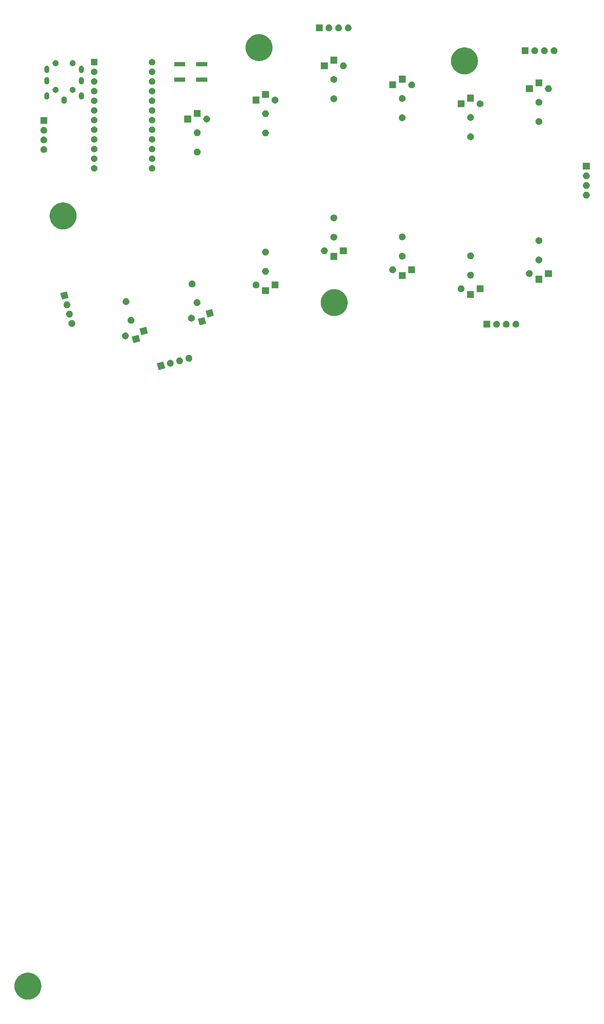
<source format=gbr>
G04 #@! TF.GenerationSoftware,KiCad,Pcbnew,9.0.2*
G04 #@! TF.CreationDate,2025-12-10T20:56:20-05:00*
G04 #@! TF.ProjectId,ThumbsUp,5468756d-6273-4557-902e-6b696361645f,rev?*
G04 #@! TF.SameCoordinates,Original*
G04 #@! TF.FileFunction,Soldermask,Top*
G04 #@! TF.FilePolarity,Negative*
%FSLAX46Y46*%
G04 Gerber Fmt 4.6, Leading zero omitted, Abs format (unit mm)*
G04 Created by KiCad (PCBNEW 9.0.2) date 2025-12-10 20:56:20*
%MOMM*%
%LPD*%
G01*
G04 APERTURE LIST*
G04 APERTURE END LIST*
G36*
X22921040Y-271687434D02*
G01*
X23262823Y-271755419D01*
X23596296Y-271856577D01*
X23918248Y-271989934D01*
X24225579Y-272154206D01*
X24515328Y-272347810D01*
X24784706Y-272568883D01*
X25031117Y-272815294D01*
X25252190Y-273084672D01*
X25445794Y-273374421D01*
X25610066Y-273681752D01*
X25743423Y-274003704D01*
X25844581Y-274337177D01*
X25912566Y-274678960D01*
X25946723Y-275025761D01*
X25946723Y-275374239D01*
X25912566Y-275721040D01*
X25844581Y-276062823D01*
X25743423Y-276396296D01*
X25610066Y-276718248D01*
X25445794Y-277025579D01*
X25252190Y-277315328D01*
X25031117Y-277584706D01*
X24784706Y-277831117D01*
X24515328Y-278052190D01*
X24225579Y-278245794D01*
X23918248Y-278410066D01*
X23596296Y-278543423D01*
X23262823Y-278644581D01*
X22921040Y-278712566D01*
X22574239Y-278746723D01*
X22225761Y-278746723D01*
X21878960Y-278712566D01*
X21537177Y-278644581D01*
X21203704Y-278543423D01*
X20881752Y-278410066D01*
X20574421Y-278245794D01*
X20284672Y-278052190D01*
X20015294Y-277831117D01*
X19768883Y-277584706D01*
X19547810Y-277315328D01*
X19354206Y-277025579D01*
X19189934Y-276718248D01*
X19056577Y-276396296D01*
X18955419Y-276062823D01*
X18887434Y-275721040D01*
X18853277Y-275374239D01*
X18853277Y-275025761D01*
X18887434Y-274678960D01*
X18955419Y-274337177D01*
X19056577Y-274003704D01*
X19189934Y-273681752D01*
X19354206Y-273374421D01*
X19547810Y-273084672D01*
X19768883Y-272815294D01*
X20015294Y-272568883D01*
X20284672Y-272347810D01*
X20574421Y-272154206D01*
X20881752Y-271989934D01*
X21203704Y-271856577D01*
X21537177Y-271755419D01*
X21878960Y-271687434D01*
X22225761Y-271653277D01*
X22574239Y-271653277D01*
X22921040Y-271687434D01*
G37*
G36*
X58090660Y-110837366D02*
G01*
X58105622Y-110850486D01*
X58114423Y-110868333D01*
X58554415Y-112510407D01*
X58555717Y-112530264D01*
X58549320Y-112549106D01*
X58536200Y-112564068D01*
X58518353Y-112572869D01*
X56876279Y-113012861D01*
X56856422Y-113014163D01*
X56837580Y-113007766D01*
X56822618Y-112994646D01*
X56813817Y-112976799D01*
X56468992Y-111689894D01*
X56377010Y-111346613D01*
X56377009Y-111346611D01*
X56373825Y-111334725D01*
X56372523Y-111314868D01*
X56378920Y-111296026D01*
X56392040Y-111281064D01*
X56409887Y-111272263D01*
X57412477Y-111003620D01*
X58040072Y-110835456D01*
X58040075Y-110835455D01*
X58051961Y-110832271D01*
X58071818Y-110830969D01*
X58090660Y-110837366D01*
G37*
G36*
X60179118Y-110402963D02*
G01*
X60342300Y-110470555D01*
X60489160Y-110568684D01*
X60614054Y-110693578D01*
X60712183Y-110840438D01*
X60779775Y-111003620D01*
X60814233Y-111176853D01*
X60814233Y-111353479D01*
X60779775Y-111526712D01*
X60712183Y-111689894D01*
X60614054Y-111836754D01*
X60489160Y-111961648D01*
X60342300Y-112059777D01*
X60179118Y-112127369D01*
X60005885Y-112161827D01*
X59829259Y-112161827D01*
X59656026Y-112127369D01*
X59492844Y-112059777D01*
X59345984Y-111961648D01*
X59221090Y-111836754D01*
X59122961Y-111689894D01*
X59055369Y-111526712D01*
X59020911Y-111353479D01*
X59020911Y-111176853D01*
X59055369Y-111003620D01*
X59122961Y-110840438D01*
X59221090Y-110693578D01*
X59345984Y-110568684D01*
X59492844Y-110470555D01*
X59656026Y-110402963D01*
X59829259Y-110368505D01*
X60005885Y-110368505D01*
X60179118Y-110402963D01*
G37*
G36*
X62632569Y-109745562D02*
G01*
X62795751Y-109813154D01*
X62942611Y-109911283D01*
X63067505Y-110036177D01*
X63165634Y-110183037D01*
X63233226Y-110346219D01*
X63267684Y-110519452D01*
X63267684Y-110696078D01*
X63233226Y-110869311D01*
X63165634Y-111032493D01*
X63067505Y-111179353D01*
X62942611Y-111304247D01*
X62795751Y-111402376D01*
X62632569Y-111469968D01*
X62459336Y-111504426D01*
X62282710Y-111504426D01*
X62109477Y-111469968D01*
X61946295Y-111402376D01*
X61799435Y-111304247D01*
X61674541Y-111179353D01*
X61576412Y-111032493D01*
X61508820Y-110869311D01*
X61474362Y-110696078D01*
X61474362Y-110519452D01*
X61508820Y-110346219D01*
X61576412Y-110183037D01*
X61674541Y-110036177D01*
X61799435Y-109911283D01*
X61946295Y-109813154D01*
X62109477Y-109745562D01*
X62282710Y-109711104D01*
X62459336Y-109711104D01*
X62632569Y-109745562D01*
G37*
G36*
X65086021Y-109088162D02*
G01*
X65249203Y-109155754D01*
X65396063Y-109253883D01*
X65520957Y-109378777D01*
X65619086Y-109525637D01*
X65686678Y-109688819D01*
X65721136Y-109862052D01*
X65721136Y-110038678D01*
X65686678Y-110211911D01*
X65619086Y-110375093D01*
X65520957Y-110521953D01*
X65396063Y-110646847D01*
X65249203Y-110744976D01*
X65086021Y-110812568D01*
X64912788Y-110847026D01*
X64736162Y-110847026D01*
X64562929Y-110812568D01*
X64399747Y-110744976D01*
X64252887Y-110646847D01*
X64127993Y-110521953D01*
X64029864Y-110375093D01*
X63962272Y-110211911D01*
X63927814Y-110038678D01*
X63927814Y-109862052D01*
X63962272Y-109688819D01*
X64029864Y-109525637D01*
X64127993Y-109378777D01*
X64252887Y-109253883D01*
X64399747Y-109155754D01*
X64562929Y-109088162D01*
X64736162Y-109053704D01*
X64912788Y-109053704D01*
X65086021Y-109088162D01*
G37*
G36*
X51516859Y-103783009D02*
G01*
X51531820Y-103796129D01*
X51540621Y-103813976D01*
X51981080Y-105457788D01*
X51982381Y-105477645D01*
X51975984Y-105496488D01*
X51962864Y-105511449D01*
X51945017Y-105520250D01*
X50301205Y-105960709D01*
X50281348Y-105962010D01*
X50262505Y-105955613D01*
X50247544Y-105942493D01*
X50238743Y-105924646D01*
X49798284Y-104280834D01*
X49796983Y-104260977D01*
X49803380Y-104242134D01*
X49816500Y-104227173D01*
X49834347Y-104218372D01*
X51478159Y-103777913D01*
X51498016Y-103776612D01*
X51516859Y-103783009D01*
G37*
G36*
X48348447Y-103204406D02*
G01*
X48511792Y-103272065D01*
X48658798Y-103370292D01*
X48783817Y-103495311D01*
X48882044Y-103642317D01*
X48949703Y-103805662D01*
X48984196Y-103979068D01*
X48984196Y-104155872D01*
X48949703Y-104329278D01*
X48882044Y-104492623D01*
X48783817Y-104639629D01*
X48658798Y-104764648D01*
X48511792Y-104862875D01*
X48348447Y-104930534D01*
X48175041Y-104965027D01*
X47998237Y-104965027D01*
X47824831Y-104930534D01*
X47661486Y-104862875D01*
X47514480Y-104764648D01*
X47389461Y-104639629D01*
X47291234Y-104492623D01*
X47223575Y-104329278D01*
X47189082Y-104155872D01*
X47189082Y-103979068D01*
X47223575Y-103805662D01*
X47291234Y-103642317D01*
X47389461Y-103495311D01*
X47514480Y-103370292D01*
X47661486Y-103272065D01*
X47824831Y-103204406D01*
X47998237Y-103169913D01*
X48175041Y-103169913D01*
X48348447Y-103204406D01*
G37*
G36*
X53543445Y-101687073D02*
G01*
X53558406Y-101700193D01*
X53567207Y-101718040D01*
X54007666Y-103361852D01*
X54008967Y-103381709D01*
X54002570Y-103400552D01*
X53989450Y-103415513D01*
X53971603Y-103424314D01*
X52327791Y-103864773D01*
X52307934Y-103866074D01*
X52289091Y-103859677D01*
X52274130Y-103846557D01*
X52265329Y-103828710D01*
X51824870Y-102184898D01*
X51823569Y-102165041D01*
X51829966Y-102146198D01*
X51843086Y-102131237D01*
X51860933Y-102122436D01*
X53504745Y-101681977D01*
X53524602Y-101680676D01*
X53543445Y-101687073D01*
G37*
G36*
X144189517Y-100102882D02*
G01*
X144206062Y-100113938D01*
X144217118Y-100130483D01*
X144221000Y-100150000D01*
X144221000Y-101850000D01*
X144217118Y-101869517D01*
X144206062Y-101886062D01*
X144189517Y-101897118D01*
X144170000Y-101901000D01*
X142470000Y-101901000D01*
X142450483Y-101897118D01*
X142433938Y-101886062D01*
X142422882Y-101869517D01*
X142419000Y-101850000D01*
X142419000Y-100150000D01*
X142422882Y-100130483D01*
X142433938Y-100113938D01*
X142450483Y-100102882D01*
X142470000Y-100099000D01*
X144170000Y-100099000D01*
X144189517Y-100102882D01*
G37*
G36*
X146121546Y-100137797D02*
G01*
X146284728Y-100205389D01*
X146431588Y-100303518D01*
X146556482Y-100428412D01*
X146654611Y-100575272D01*
X146722203Y-100738454D01*
X146756661Y-100911687D01*
X146756661Y-101088313D01*
X146722203Y-101261546D01*
X146654611Y-101424728D01*
X146556482Y-101571588D01*
X146431588Y-101696482D01*
X146284728Y-101794611D01*
X146121546Y-101862203D01*
X145948313Y-101896661D01*
X145771687Y-101896661D01*
X145598454Y-101862203D01*
X145435272Y-101794611D01*
X145288412Y-101696482D01*
X145163518Y-101571588D01*
X145065389Y-101424728D01*
X144997797Y-101261546D01*
X144963339Y-101088313D01*
X144963339Y-100911687D01*
X144997797Y-100738454D01*
X145065389Y-100575272D01*
X145163518Y-100428412D01*
X145288412Y-100303518D01*
X145435272Y-100205389D01*
X145598454Y-100137797D01*
X145771687Y-100103339D01*
X145948313Y-100103339D01*
X146121546Y-100137797D01*
G37*
G36*
X148661546Y-100137797D02*
G01*
X148824728Y-100205389D01*
X148971588Y-100303518D01*
X149096482Y-100428412D01*
X149194611Y-100575272D01*
X149262203Y-100738454D01*
X149296661Y-100911687D01*
X149296661Y-101088313D01*
X149262203Y-101261546D01*
X149194611Y-101424728D01*
X149096482Y-101571588D01*
X148971588Y-101696482D01*
X148824728Y-101794611D01*
X148661546Y-101862203D01*
X148488313Y-101896661D01*
X148311687Y-101896661D01*
X148138454Y-101862203D01*
X147975272Y-101794611D01*
X147828412Y-101696482D01*
X147703518Y-101571588D01*
X147605389Y-101424728D01*
X147537797Y-101261546D01*
X147503339Y-101088313D01*
X147503339Y-100911687D01*
X147537797Y-100738454D01*
X147605389Y-100575272D01*
X147703518Y-100428412D01*
X147828412Y-100303518D01*
X147975272Y-100205389D01*
X148138454Y-100137797D01*
X148311687Y-100103339D01*
X148488313Y-100103339D01*
X148661546Y-100137797D01*
G37*
G36*
X151201546Y-100137797D02*
G01*
X151364728Y-100205389D01*
X151511588Y-100303518D01*
X151636482Y-100428412D01*
X151734611Y-100575272D01*
X151802203Y-100738454D01*
X151836661Y-100911687D01*
X151836661Y-101088313D01*
X151802203Y-101261546D01*
X151734611Y-101424728D01*
X151636482Y-101571588D01*
X151511588Y-101696482D01*
X151364728Y-101794611D01*
X151201546Y-101862203D01*
X151028313Y-101896661D01*
X150851687Y-101896661D01*
X150678454Y-101862203D01*
X150515272Y-101794611D01*
X150368412Y-101696482D01*
X150243518Y-101571588D01*
X150145389Y-101424728D01*
X150077797Y-101261546D01*
X150043339Y-101088313D01*
X150043339Y-100911687D01*
X150077797Y-100738454D01*
X150145389Y-100575272D01*
X150243518Y-100428412D01*
X150368412Y-100303518D01*
X150515272Y-100205389D01*
X150678454Y-100137797D01*
X150851687Y-100103339D01*
X151028313Y-100103339D01*
X151201546Y-100137797D01*
G37*
G36*
X34261546Y-99937797D02*
G01*
X34424728Y-100005389D01*
X34571588Y-100103518D01*
X34696482Y-100228412D01*
X34794611Y-100375272D01*
X34862203Y-100538454D01*
X34896661Y-100711687D01*
X34896661Y-100888313D01*
X34862203Y-101061546D01*
X34794611Y-101224728D01*
X34696482Y-101371588D01*
X34571588Y-101496482D01*
X34424728Y-101594611D01*
X34261546Y-101662203D01*
X34088313Y-101696661D01*
X33911687Y-101696661D01*
X33738454Y-101662203D01*
X33575272Y-101594611D01*
X33428412Y-101496482D01*
X33303518Y-101371588D01*
X33205389Y-101224728D01*
X33137797Y-101061546D01*
X33103339Y-100888313D01*
X33103339Y-100711687D01*
X33137797Y-100538454D01*
X33205389Y-100375272D01*
X33303518Y-100228412D01*
X33428412Y-100103518D01*
X33575272Y-100005389D01*
X33738454Y-99937797D01*
X33911687Y-99903339D01*
X34088313Y-99903339D01*
X34261546Y-99937797D01*
G37*
G36*
X68903524Y-99124266D02*
G01*
X68918485Y-99137386D01*
X68927286Y-99155233D01*
X69367745Y-100799045D01*
X69369046Y-100818902D01*
X69362649Y-100837745D01*
X69349529Y-100852706D01*
X69331682Y-100861507D01*
X67687870Y-101301966D01*
X67668013Y-101303267D01*
X67649170Y-101296870D01*
X67634209Y-101283750D01*
X67625408Y-101265903D01*
X67184949Y-99622091D01*
X67183648Y-99602234D01*
X67190045Y-99583391D01*
X67203165Y-99568430D01*
X67221012Y-99559629D01*
X68864824Y-99119170D01*
X68884681Y-99117869D01*
X68903524Y-99124266D01*
G37*
G36*
X49836689Y-99099344D02*
G01*
X50000034Y-99167003D01*
X50147040Y-99265230D01*
X50272059Y-99390249D01*
X50370286Y-99537255D01*
X50437945Y-99700600D01*
X50472438Y-99874006D01*
X50472438Y-100050810D01*
X50437945Y-100224216D01*
X50370286Y-100387561D01*
X50272059Y-100534567D01*
X50147040Y-100659586D01*
X50000034Y-100757813D01*
X49836689Y-100825472D01*
X49663283Y-100859965D01*
X49486479Y-100859965D01*
X49313073Y-100825472D01*
X49149728Y-100757813D01*
X49002722Y-100659586D01*
X48877703Y-100534567D01*
X48779476Y-100387561D01*
X48711817Y-100224216D01*
X48677324Y-100050810D01*
X48677324Y-99874006D01*
X48711817Y-99700600D01*
X48779476Y-99537255D01*
X48877703Y-99390249D01*
X49002722Y-99265230D01*
X49149728Y-99167003D01*
X49313073Y-99099344D01*
X49486479Y-99064851D01*
X49663283Y-99064851D01*
X49836689Y-99099344D01*
G37*
G36*
X65735112Y-98545663D02*
G01*
X65898457Y-98613322D01*
X66045463Y-98711549D01*
X66170482Y-98836568D01*
X66268709Y-98983574D01*
X66336368Y-99146919D01*
X66370861Y-99320325D01*
X66370861Y-99497129D01*
X66336368Y-99670535D01*
X66268709Y-99833880D01*
X66170482Y-99980886D01*
X66045463Y-100105905D01*
X65898457Y-100204132D01*
X65735112Y-100271791D01*
X65561706Y-100306284D01*
X65384902Y-100306284D01*
X65211496Y-100271791D01*
X65048151Y-100204132D01*
X64901145Y-100105905D01*
X64776126Y-99980886D01*
X64677899Y-99833880D01*
X64610240Y-99670535D01*
X64575747Y-99497129D01*
X64575747Y-99320325D01*
X64610240Y-99146919D01*
X64677899Y-98983574D01*
X64776126Y-98836568D01*
X64901145Y-98711549D01*
X65048151Y-98613322D01*
X65211496Y-98545663D01*
X65384902Y-98511170D01*
X65561706Y-98511170D01*
X65735112Y-98545663D01*
G37*
G36*
X33604146Y-97484345D02*
G01*
X33767328Y-97551937D01*
X33914188Y-97650066D01*
X34039082Y-97774960D01*
X34137211Y-97921820D01*
X34204803Y-98085002D01*
X34239261Y-98258235D01*
X34239261Y-98434861D01*
X34204803Y-98608094D01*
X34137211Y-98771276D01*
X34039082Y-98918136D01*
X33914188Y-99043030D01*
X33767328Y-99141159D01*
X33604146Y-99208751D01*
X33430913Y-99243209D01*
X33254287Y-99243209D01*
X33081054Y-99208751D01*
X32917872Y-99141159D01*
X32771012Y-99043030D01*
X32646118Y-98918136D01*
X32547989Y-98771276D01*
X32480397Y-98608094D01*
X32445939Y-98434861D01*
X32445939Y-98258235D01*
X32480397Y-98085002D01*
X32547989Y-97921820D01*
X32646118Y-97774960D01*
X32771012Y-97650066D01*
X32917872Y-97551937D01*
X33081054Y-97484345D01*
X33254287Y-97449887D01*
X33430913Y-97449887D01*
X33604146Y-97484345D01*
G37*
G36*
X70930110Y-97028330D02*
G01*
X70945071Y-97041450D01*
X70953872Y-97059297D01*
X71394331Y-98703109D01*
X71395632Y-98722966D01*
X71389235Y-98741809D01*
X71376115Y-98756770D01*
X71358268Y-98765571D01*
X69714456Y-99206030D01*
X69694599Y-99207331D01*
X69675756Y-99200934D01*
X69660795Y-99187814D01*
X69651994Y-99169967D01*
X69211535Y-97526155D01*
X69210234Y-97506298D01*
X69216631Y-97487455D01*
X69229751Y-97472494D01*
X69247598Y-97463693D01*
X70891410Y-97023234D01*
X70911267Y-97021933D01*
X70930110Y-97028330D01*
G37*
G36*
X103621040Y-91787434D02*
G01*
X103962823Y-91855419D01*
X104296296Y-91956577D01*
X104618248Y-92089934D01*
X104925579Y-92254206D01*
X105215328Y-92447810D01*
X105484706Y-92668883D01*
X105731117Y-92915294D01*
X105952190Y-93184672D01*
X106145794Y-93474421D01*
X106310066Y-93781752D01*
X106443423Y-94103704D01*
X106544581Y-94437177D01*
X106612566Y-94778960D01*
X106646723Y-95125761D01*
X106646723Y-95474239D01*
X106612566Y-95821040D01*
X106544581Y-96162823D01*
X106443423Y-96496296D01*
X106310066Y-96818248D01*
X106145794Y-97125579D01*
X105952190Y-97415328D01*
X105731117Y-97684706D01*
X105484706Y-97931117D01*
X105215328Y-98152190D01*
X104925579Y-98345794D01*
X104618248Y-98510066D01*
X104296296Y-98643423D01*
X103962823Y-98744581D01*
X103621040Y-98812566D01*
X103274239Y-98846723D01*
X102925761Y-98846723D01*
X102578960Y-98812566D01*
X102237177Y-98744581D01*
X101903704Y-98643423D01*
X101581752Y-98510066D01*
X101274421Y-98345794D01*
X100984672Y-98152190D01*
X100715294Y-97931117D01*
X100468883Y-97684706D01*
X100247810Y-97415328D01*
X100054206Y-97125579D01*
X99889934Y-96818248D01*
X99756577Y-96496296D01*
X99655419Y-96162823D01*
X99587434Y-95821040D01*
X99553277Y-95474239D01*
X99553277Y-95125761D01*
X99587434Y-94778960D01*
X99655419Y-94437177D01*
X99756577Y-94103704D01*
X99889934Y-93781752D01*
X100054206Y-93474421D01*
X100247810Y-93184672D01*
X100468883Y-92915294D01*
X100715294Y-92668883D01*
X100984672Y-92447810D01*
X101274421Y-92254206D01*
X101581752Y-92089934D01*
X101903704Y-91956577D01*
X102237177Y-91855419D01*
X102578960Y-91787434D01*
X102925761Y-91753277D01*
X103274239Y-91753277D01*
X103621040Y-91787434D01*
G37*
G36*
X32946745Y-95030894D02*
G01*
X33109927Y-95098486D01*
X33256787Y-95196615D01*
X33381681Y-95321509D01*
X33479810Y-95468369D01*
X33547402Y-95631551D01*
X33581860Y-95804784D01*
X33581860Y-95981410D01*
X33547402Y-96154643D01*
X33479810Y-96317825D01*
X33381681Y-96464685D01*
X33256787Y-96589579D01*
X33109927Y-96687708D01*
X32946745Y-96755300D01*
X32773512Y-96789758D01*
X32596886Y-96789758D01*
X32423653Y-96755300D01*
X32260471Y-96687708D01*
X32113611Y-96589579D01*
X31988717Y-96464685D01*
X31890588Y-96317825D01*
X31822996Y-96154643D01*
X31788538Y-95981410D01*
X31788538Y-95804784D01*
X31822996Y-95631551D01*
X31890588Y-95468369D01*
X31988717Y-95321509D01*
X32113611Y-95196615D01*
X32260471Y-95098486D01*
X32423653Y-95030894D01*
X32596886Y-94996436D01*
X32773512Y-94996436D01*
X32946745Y-95030894D01*
G37*
G36*
X67223354Y-94440601D02*
G01*
X67386699Y-94508260D01*
X67533705Y-94606487D01*
X67658724Y-94731506D01*
X67756951Y-94878512D01*
X67824610Y-95041857D01*
X67859103Y-95215263D01*
X67859103Y-95392067D01*
X67824610Y-95565473D01*
X67756951Y-95728818D01*
X67658724Y-95875824D01*
X67533705Y-96000843D01*
X67386699Y-96099070D01*
X67223354Y-96166729D01*
X67049948Y-96201222D01*
X66873144Y-96201222D01*
X66699738Y-96166729D01*
X66536393Y-96099070D01*
X66389387Y-96000843D01*
X66264368Y-95875824D01*
X66166141Y-95728818D01*
X66098482Y-95565473D01*
X66063989Y-95392067D01*
X66063989Y-95215263D01*
X66098482Y-95041857D01*
X66166141Y-94878512D01*
X66264368Y-94731506D01*
X66389387Y-94606487D01*
X66536393Y-94508260D01*
X66699738Y-94440601D01*
X66873144Y-94406108D01*
X67049948Y-94406108D01*
X67223354Y-94440601D01*
G37*
G36*
X48521889Y-94192442D02*
G01*
X48685234Y-94260101D01*
X48832240Y-94358328D01*
X48957259Y-94483347D01*
X49055486Y-94630353D01*
X49123145Y-94793698D01*
X49157638Y-94967104D01*
X49157638Y-95143908D01*
X49123145Y-95317314D01*
X49055486Y-95480659D01*
X48957259Y-95627665D01*
X48832240Y-95752684D01*
X48685234Y-95850911D01*
X48521889Y-95918570D01*
X48348483Y-95953063D01*
X48171679Y-95953063D01*
X47998273Y-95918570D01*
X47834928Y-95850911D01*
X47687922Y-95752684D01*
X47562903Y-95627665D01*
X47464676Y-95480659D01*
X47397017Y-95317314D01*
X47362524Y-95143908D01*
X47362524Y-94967104D01*
X47397017Y-94793698D01*
X47464676Y-94630353D01*
X47562903Y-94483347D01*
X47687922Y-94358328D01*
X47834928Y-94260101D01*
X47998273Y-94192442D01*
X48171679Y-94157949D01*
X48348483Y-94157949D01*
X48521889Y-94192442D01*
G37*
G36*
X32654339Y-92354445D02*
G01*
X32669301Y-92367565D01*
X32678102Y-92385412D01*
X33118094Y-94027486D01*
X33119396Y-94047343D01*
X33112999Y-94066185D01*
X33099879Y-94081147D01*
X33082032Y-94089948D01*
X31439958Y-94529940D01*
X31420101Y-94531242D01*
X31401259Y-94524845D01*
X31386297Y-94511725D01*
X31377496Y-94493878D01*
X30985112Y-93029480D01*
X30940689Y-92863692D01*
X30940688Y-92863690D01*
X30937504Y-92851804D01*
X30936202Y-92831947D01*
X30942599Y-92813105D01*
X30955719Y-92798143D01*
X30973566Y-92789342D01*
X31969491Y-92522485D01*
X32603751Y-92352535D01*
X32603754Y-92352534D01*
X32615640Y-92349350D01*
X32635497Y-92348048D01*
X32654339Y-92354445D01*
G37*
G36*
X139870417Y-92261982D02*
G01*
X139886962Y-92273038D01*
X139898018Y-92289583D01*
X139901900Y-92309100D01*
X139901900Y-94010900D01*
X139898018Y-94030417D01*
X139886962Y-94046962D01*
X139870417Y-94058018D01*
X139850900Y-94061900D01*
X138149100Y-94061900D01*
X138129583Y-94058018D01*
X138113038Y-94046962D01*
X138101982Y-94030417D01*
X138098100Y-94010900D01*
X138098100Y-92309100D01*
X138101982Y-92289583D01*
X138113038Y-92273038D01*
X138129583Y-92261982D01*
X138149100Y-92258100D01*
X139850900Y-92258100D01*
X139870417Y-92261982D01*
G37*
G36*
X85870417Y-91261982D02*
G01*
X85886962Y-91273038D01*
X85898018Y-91289583D01*
X85901900Y-91309100D01*
X85901900Y-93010900D01*
X85898018Y-93030417D01*
X85886962Y-93046962D01*
X85870417Y-93058018D01*
X85850900Y-93061900D01*
X84149100Y-93061900D01*
X84129583Y-93058018D01*
X84113038Y-93046962D01*
X84101982Y-93030417D01*
X84098100Y-93010900D01*
X84098100Y-91309100D01*
X84101982Y-91289583D01*
X84113038Y-91273038D01*
X84129583Y-91261982D01*
X84149100Y-91258100D01*
X85850900Y-91258100D01*
X85870417Y-91261982D01*
G37*
G36*
X142370417Y-90761982D02*
G01*
X142386962Y-90773038D01*
X142398018Y-90789583D01*
X142401900Y-90809100D01*
X142401900Y-92510900D01*
X142398018Y-92530417D01*
X142386962Y-92546962D01*
X142370417Y-92558018D01*
X142350900Y-92561900D01*
X140649100Y-92561900D01*
X140629583Y-92558018D01*
X140613038Y-92546962D01*
X140601982Y-92530417D01*
X140598100Y-92510900D01*
X140598100Y-90809100D01*
X140601982Y-90789583D01*
X140613038Y-90773038D01*
X140629583Y-90761982D01*
X140649100Y-90758100D01*
X142350900Y-90758100D01*
X142370417Y-90761982D01*
G37*
G36*
X136761808Y-90796936D02*
G01*
X136925153Y-90864595D01*
X137072159Y-90962822D01*
X137197178Y-91087841D01*
X137295405Y-91234847D01*
X137363064Y-91398192D01*
X137397557Y-91571598D01*
X137397557Y-91748402D01*
X137363064Y-91921808D01*
X137295405Y-92085153D01*
X137197178Y-92232159D01*
X137072159Y-92357178D01*
X136925153Y-92455405D01*
X136761808Y-92523064D01*
X136588402Y-92557557D01*
X136411598Y-92557557D01*
X136238192Y-92523064D01*
X136074847Y-92455405D01*
X135927841Y-92357178D01*
X135802822Y-92232159D01*
X135704595Y-92085153D01*
X135636936Y-91921808D01*
X135602443Y-91748402D01*
X135602443Y-91571598D01*
X135636936Y-91398192D01*
X135704595Y-91234847D01*
X135802822Y-91087841D01*
X135927841Y-90962822D01*
X136074847Y-90864595D01*
X136238192Y-90796936D01*
X136411598Y-90762443D01*
X136588402Y-90762443D01*
X136761808Y-90796936D01*
G37*
G36*
X88370417Y-89761982D02*
G01*
X88386962Y-89773038D01*
X88398018Y-89789583D01*
X88401900Y-89809100D01*
X88401900Y-91510900D01*
X88398018Y-91530417D01*
X88386962Y-91546962D01*
X88370417Y-91558018D01*
X88350900Y-91561900D01*
X86649100Y-91561900D01*
X86629583Y-91558018D01*
X86613038Y-91546962D01*
X86601982Y-91530417D01*
X86598100Y-91510900D01*
X86598100Y-89809100D01*
X86601982Y-89789583D01*
X86613038Y-89773038D01*
X86629583Y-89761982D01*
X86649100Y-89758100D01*
X88350900Y-89758100D01*
X88370417Y-89761982D01*
G37*
G36*
X82761808Y-89796936D02*
G01*
X82925153Y-89864595D01*
X83072159Y-89962822D01*
X83197178Y-90087841D01*
X83295405Y-90234847D01*
X83363064Y-90398192D01*
X83397557Y-90571598D01*
X83397557Y-90748402D01*
X83363064Y-90921808D01*
X83295405Y-91085153D01*
X83197178Y-91232159D01*
X83072159Y-91357178D01*
X82925153Y-91455405D01*
X82761808Y-91523064D01*
X82588402Y-91557557D01*
X82411598Y-91557557D01*
X82238192Y-91523064D01*
X82074847Y-91455405D01*
X81927841Y-91357178D01*
X81802822Y-91232159D01*
X81704595Y-91085153D01*
X81636936Y-90921808D01*
X81602443Y-90748402D01*
X81602443Y-90571598D01*
X81636936Y-90398192D01*
X81704595Y-90234847D01*
X81802822Y-90087841D01*
X81927841Y-89962822D01*
X82074847Y-89864595D01*
X82238192Y-89796936D01*
X82411598Y-89762443D01*
X82588402Y-89762443D01*
X82761808Y-89796936D01*
G37*
G36*
X65908554Y-89533699D02*
G01*
X66071899Y-89601358D01*
X66218905Y-89699585D01*
X66343924Y-89824604D01*
X66442151Y-89971610D01*
X66509810Y-90134955D01*
X66544303Y-90308361D01*
X66544303Y-90485165D01*
X66509810Y-90658571D01*
X66442151Y-90821916D01*
X66343924Y-90968922D01*
X66218905Y-91093941D01*
X66071899Y-91192168D01*
X65908554Y-91259827D01*
X65735148Y-91294320D01*
X65558344Y-91294320D01*
X65384938Y-91259827D01*
X65221593Y-91192168D01*
X65074587Y-91093941D01*
X64949568Y-90968922D01*
X64851341Y-90821916D01*
X64783682Y-90658571D01*
X64749189Y-90485165D01*
X64749189Y-90308361D01*
X64783682Y-90134955D01*
X64851341Y-89971610D01*
X64949568Y-89824604D01*
X65074587Y-89699585D01*
X65221593Y-89601358D01*
X65384938Y-89533699D01*
X65558344Y-89499206D01*
X65735148Y-89499206D01*
X65908554Y-89533699D01*
G37*
G36*
X157870417Y-88261982D02*
G01*
X157886962Y-88273038D01*
X157898018Y-88289583D01*
X157901900Y-88309100D01*
X157901900Y-90010900D01*
X157898018Y-90030417D01*
X157886962Y-90046962D01*
X157870417Y-90058018D01*
X157850900Y-90061900D01*
X156149100Y-90061900D01*
X156129583Y-90058018D01*
X156113038Y-90046962D01*
X156101982Y-90030417D01*
X156098100Y-90010900D01*
X156098100Y-88309100D01*
X156101982Y-88289583D01*
X156113038Y-88273038D01*
X156129583Y-88261982D01*
X156149100Y-88258100D01*
X157850900Y-88258100D01*
X157870417Y-88261982D01*
G37*
G36*
X121870417Y-87261982D02*
G01*
X121886962Y-87273038D01*
X121898018Y-87289583D01*
X121901900Y-87309100D01*
X121901900Y-89010900D01*
X121898018Y-89030417D01*
X121886962Y-89046962D01*
X121870417Y-89058018D01*
X121850900Y-89061900D01*
X120149100Y-89061900D01*
X120129583Y-89058018D01*
X120113038Y-89046962D01*
X120101982Y-89030417D01*
X120098100Y-89010900D01*
X120098100Y-87309100D01*
X120101982Y-87289583D01*
X120113038Y-87273038D01*
X120129583Y-87261982D01*
X120149100Y-87258100D01*
X121850900Y-87258100D01*
X121870417Y-87261982D01*
G37*
G36*
X139261808Y-87216936D02*
G01*
X139425153Y-87284595D01*
X139572159Y-87382822D01*
X139697178Y-87507841D01*
X139795405Y-87654847D01*
X139863064Y-87818192D01*
X139897557Y-87991598D01*
X139897557Y-88168402D01*
X139863064Y-88341808D01*
X139795405Y-88505153D01*
X139697178Y-88652159D01*
X139572159Y-88777178D01*
X139425153Y-88875405D01*
X139261808Y-88943064D01*
X139088402Y-88977557D01*
X138911598Y-88977557D01*
X138738192Y-88943064D01*
X138574847Y-88875405D01*
X138427841Y-88777178D01*
X138302822Y-88652159D01*
X138204595Y-88505153D01*
X138136936Y-88341808D01*
X138102443Y-88168402D01*
X138102443Y-87991598D01*
X138136936Y-87818192D01*
X138204595Y-87654847D01*
X138302822Y-87507841D01*
X138427841Y-87382822D01*
X138574847Y-87284595D01*
X138738192Y-87216936D01*
X138911598Y-87182443D01*
X139088402Y-87182443D01*
X139261808Y-87216936D01*
G37*
G36*
X160370417Y-86761982D02*
G01*
X160386962Y-86773038D01*
X160398018Y-86789583D01*
X160401900Y-86809100D01*
X160401900Y-88510900D01*
X160398018Y-88530417D01*
X160386962Y-88546962D01*
X160370417Y-88558018D01*
X160350900Y-88561900D01*
X158649100Y-88561900D01*
X158629583Y-88558018D01*
X158613038Y-88546962D01*
X158601982Y-88530417D01*
X158598100Y-88510900D01*
X158598100Y-86809100D01*
X158601982Y-86789583D01*
X158613038Y-86773038D01*
X158629583Y-86761982D01*
X158649100Y-86758100D01*
X160350900Y-86758100D01*
X160370417Y-86761982D01*
G37*
G36*
X154761808Y-86796936D02*
G01*
X154925153Y-86864595D01*
X155072159Y-86962822D01*
X155197178Y-87087841D01*
X155295405Y-87234847D01*
X155363064Y-87398192D01*
X155397557Y-87571598D01*
X155397557Y-87748402D01*
X155363064Y-87921808D01*
X155295405Y-88085153D01*
X155197178Y-88232159D01*
X155072159Y-88357178D01*
X154925153Y-88455405D01*
X154761808Y-88523064D01*
X154588402Y-88557557D01*
X154411598Y-88557557D01*
X154238192Y-88523064D01*
X154074847Y-88455405D01*
X153927841Y-88357178D01*
X153802822Y-88232159D01*
X153704595Y-88085153D01*
X153636936Y-87921808D01*
X153602443Y-87748402D01*
X153602443Y-87571598D01*
X153636936Y-87398192D01*
X153704595Y-87234847D01*
X153802822Y-87087841D01*
X153927841Y-86962822D01*
X154074847Y-86864595D01*
X154238192Y-86796936D01*
X154411598Y-86762443D01*
X154588402Y-86762443D01*
X154761808Y-86796936D01*
G37*
G36*
X85261808Y-86216936D02*
G01*
X85425153Y-86284595D01*
X85572159Y-86382822D01*
X85697178Y-86507841D01*
X85795405Y-86654847D01*
X85863064Y-86818192D01*
X85897557Y-86991598D01*
X85897557Y-87168402D01*
X85863064Y-87341808D01*
X85795405Y-87505153D01*
X85697178Y-87652159D01*
X85572159Y-87777178D01*
X85425153Y-87875405D01*
X85261808Y-87943064D01*
X85088402Y-87977557D01*
X84911598Y-87977557D01*
X84738192Y-87943064D01*
X84574847Y-87875405D01*
X84427841Y-87777178D01*
X84302822Y-87652159D01*
X84204595Y-87505153D01*
X84136936Y-87341808D01*
X84102443Y-87168402D01*
X84102443Y-86991598D01*
X84136936Y-86818192D01*
X84204595Y-86654847D01*
X84302822Y-86507841D01*
X84427841Y-86382822D01*
X84574847Y-86284595D01*
X84738192Y-86216936D01*
X84911598Y-86182443D01*
X85088402Y-86182443D01*
X85261808Y-86216936D01*
G37*
G36*
X124370417Y-85761982D02*
G01*
X124386962Y-85773038D01*
X124398018Y-85789583D01*
X124401900Y-85809100D01*
X124401900Y-87510900D01*
X124398018Y-87530417D01*
X124386962Y-87546962D01*
X124370417Y-87558018D01*
X124350900Y-87561900D01*
X122649100Y-87561900D01*
X122629583Y-87558018D01*
X122613038Y-87546962D01*
X122601982Y-87530417D01*
X122598100Y-87510900D01*
X122598100Y-85809100D01*
X122601982Y-85789583D01*
X122613038Y-85773038D01*
X122629583Y-85761982D01*
X122649100Y-85758100D01*
X124350900Y-85758100D01*
X124370417Y-85761982D01*
G37*
G36*
X118761808Y-85796936D02*
G01*
X118925153Y-85864595D01*
X119072159Y-85962822D01*
X119197178Y-86087841D01*
X119295405Y-86234847D01*
X119363064Y-86398192D01*
X119397557Y-86571598D01*
X119397557Y-86748402D01*
X119363064Y-86921808D01*
X119295405Y-87085153D01*
X119197178Y-87232159D01*
X119072159Y-87357178D01*
X118925153Y-87455405D01*
X118761808Y-87523064D01*
X118588402Y-87557557D01*
X118411598Y-87557557D01*
X118238192Y-87523064D01*
X118074847Y-87455405D01*
X117927841Y-87357178D01*
X117802822Y-87232159D01*
X117704595Y-87085153D01*
X117636936Y-86921808D01*
X117602443Y-86748402D01*
X117602443Y-86571598D01*
X117636936Y-86398192D01*
X117704595Y-86234847D01*
X117802822Y-86087841D01*
X117927841Y-85962822D01*
X118074847Y-85864595D01*
X118238192Y-85796936D01*
X118411598Y-85762443D01*
X118588402Y-85762443D01*
X118761808Y-85796936D01*
G37*
G36*
X157261808Y-83216936D02*
G01*
X157425153Y-83284595D01*
X157572159Y-83382822D01*
X157697178Y-83507841D01*
X157795405Y-83654847D01*
X157863064Y-83818192D01*
X157897557Y-83991598D01*
X157897557Y-84168402D01*
X157863064Y-84341808D01*
X157795405Y-84505153D01*
X157697178Y-84652159D01*
X157572159Y-84777178D01*
X157425153Y-84875405D01*
X157261808Y-84943064D01*
X157088402Y-84977557D01*
X156911598Y-84977557D01*
X156738192Y-84943064D01*
X156574847Y-84875405D01*
X156427841Y-84777178D01*
X156302822Y-84652159D01*
X156204595Y-84505153D01*
X156136936Y-84341808D01*
X156102443Y-84168402D01*
X156102443Y-83991598D01*
X156136936Y-83818192D01*
X156204595Y-83654847D01*
X156302822Y-83507841D01*
X156427841Y-83382822D01*
X156574847Y-83284595D01*
X156738192Y-83216936D01*
X156911598Y-83182443D01*
X157088402Y-83182443D01*
X157261808Y-83216936D01*
G37*
G36*
X103870417Y-82261982D02*
G01*
X103886962Y-82273038D01*
X103898018Y-82289583D01*
X103901900Y-82309100D01*
X103901900Y-84010900D01*
X103898018Y-84030417D01*
X103886962Y-84046962D01*
X103870417Y-84058018D01*
X103850900Y-84061900D01*
X102149100Y-84061900D01*
X102129583Y-84058018D01*
X102113038Y-84046962D01*
X102101982Y-84030417D01*
X102098100Y-84010900D01*
X102098100Y-82309100D01*
X102101982Y-82289583D01*
X102113038Y-82273038D01*
X102129583Y-82261982D01*
X102149100Y-82258100D01*
X103850900Y-82258100D01*
X103870417Y-82261982D01*
G37*
G36*
X121261808Y-82216936D02*
G01*
X121425153Y-82284595D01*
X121572159Y-82382822D01*
X121697178Y-82507841D01*
X121795405Y-82654847D01*
X121863064Y-82818192D01*
X121897557Y-82991598D01*
X121897557Y-83168402D01*
X121863064Y-83341808D01*
X121795405Y-83505153D01*
X121697178Y-83652159D01*
X121572159Y-83777178D01*
X121425153Y-83875405D01*
X121261808Y-83943064D01*
X121088402Y-83977557D01*
X120911598Y-83977557D01*
X120738192Y-83943064D01*
X120574847Y-83875405D01*
X120427841Y-83777178D01*
X120302822Y-83652159D01*
X120204595Y-83505153D01*
X120136936Y-83341808D01*
X120102443Y-83168402D01*
X120102443Y-82991598D01*
X120136936Y-82818192D01*
X120204595Y-82654847D01*
X120302822Y-82507841D01*
X120427841Y-82382822D01*
X120574847Y-82284595D01*
X120738192Y-82216936D01*
X120911598Y-82182443D01*
X121088402Y-82182443D01*
X121261808Y-82216936D01*
G37*
G36*
X139261808Y-82136936D02*
G01*
X139425153Y-82204595D01*
X139572159Y-82302822D01*
X139697178Y-82427841D01*
X139795405Y-82574847D01*
X139863064Y-82738192D01*
X139897557Y-82911598D01*
X139897557Y-83088402D01*
X139863064Y-83261808D01*
X139795405Y-83425153D01*
X139697178Y-83572159D01*
X139572159Y-83697178D01*
X139425153Y-83795405D01*
X139261808Y-83863064D01*
X139088402Y-83897557D01*
X138911598Y-83897557D01*
X138738192Y-83863064D01*
X138574847Y-83795405D01*
X138427841Y-83697178D01*
X138302822Y-83572159D01*
X138204595Y-83425153D01*
X138136936Y-83261808D01*
X138102443Y-83088402D01*
X138102443Y-82911598D01*
X138136936Y-82738192D01*
X138204595Y-82574847D01*
X138302822Y-82427841D01*
X138427841Y-82302822D01*
X138574847Y-82204595D01*
X138738192Y-82136936D01*
X138911598Y-82102443D01*
X139088402Y-82102443D01*
X139261808Y-82136936D01*
G37*
G36*
X85261808Y-81136936D02*
G01*
X85425153Y-81204595D01*
X85572159Y-81302822D01*
X85697178Y-81427841D01*
X85795405Y-81574847D01*
X85863064Y-81738192D01*
X85897557Y-81911598D01*
X85897557Y-82088402D01*
X85863064Y-82261808D01*
X85795405Y-82425153D01*
X85697178Y-82572159D01*
X85572159Y-82697178D01*
X85425153Y-82795405D01*
X85261808Y-82863064D01*
X85088402Y-82897557D01*
X84911598Y-82897557D01*
X84738192Y-82863064D01*
X84574847Y-82795405D01*
X84427841Y-82697178D01*
X84302822Y-82572159D01*
X84204595Y-82425153D01*
X84136936Y-82261808D01*
X84102443Y-82088402D01*
X84102443Y-81911598D01*
X84136936Y-81738192D01*
X84204595Y-81574847D01*
X84302822Y-81427841D01*
X84427841Y-81302822D01*
X84574847Y-81204595D01*
X84738192Y-81136936D01*
X84911598Y-81102443D01*
X85088402Y-81102443D01*
X85261808Y-81136936D01*
G37*
G36*
X106370417Y-80761982D02*
G01*
X106386962Y-80773038D01*
X106398018Y-80789583D01*
X106401900Y-80809100D01*
X106401900Y-82510900D01*
X106398018Y-82530417D01*
X106386962Y-82546962D01*
X106370417Y-82558018D01*
X106350900Y-82561900D01*
X104649100Y-82561900D01*
X104629583Y-82558018D01*
X104613038Y-82546962D01*
X104601982Y-82530417D01*
X104598100Y-82510900D01*
X104598100Y-80809100D01*
X104601982Y-80789583D01*
X104613038Y-80773038D01*
X104629583Y-80761982D01*
X104649100Y-80758100D01*
X106350900Y-80758100D01*
X106370417Y-80761982D01*
G37*
G36*
X100761808Y-80796936D02*
G01*
X100925153Y-80864595D01*
X101072159Y-80962822D01*
X101197178Y-81087841D01*
X101295405Y-81234847D01*
X101363064Y-81398192D01*
X101397557Y-81571598D01*
X101397557Y-81748402D01*
X101363064Y-81921808D01*
X101295405Y-82085153D01*
X101197178Y-82232159D01*
X101072159Y-82357178D01*
X100925153Y-82455405D01*
X100761808Y-82523064D01*
X100588402Y-82557557D01*
X100411598Y-82557557D01*
X100238192Y-82523064D01*
X100074847Y-82455405D01*
X99927841Y-82357178D01*
X99802822Y-82232159D01*
X99704595Y-82085153D01*
X99636936Y-81921808D01*
X99602443Y-81748402D01*
X99602443Y-81571598D01*
X99636936Y-81398192D01*
X99704595Y-81234847D01*
X99802822Y-81087841D01*
X99927841Y-80962822D01*
X100074847Y-80864595D01*
X100238192Y-80796936D01*
X100411598Y-80762443D01*
X100588402Y-80762443D01*
X100761808Y-80796936D01*
G37*
G36*
X157261808Y-78136936D02*
G01*
X157425153Y-78204595D01*
X157572159Y-78302822D01*
X157697178Y-78427841D01*
X157795405Y-78574847D01*
X157863064Y-78738192D01*
X157897557Y-78911598D01*
X157897557Y-79088402D01*
X157863064Y-79261808D01*
X157795405Y-79425153D01*
X157697178Y-79572159D01*
X157572159Y-79697178D01*
X157425153Y-79795405D01*
X157261808Y-79863064D01*
X157088402Y-79897557D01*
X156911598Y-79897557D01*
X156738192Y-79863064D01*
X156574847Y-79795405D01*
X156427841Y-79697178D01*
X156302822Y-79572159D01*
X156204595Y-79425153D01*
X156136936Y-79261808D01*
X156102443Y-79088402D01*
X156102443Y-78911598D01*
X156136936Y-78738192D01*
X156204595Y-78574847D01*
X156302822Y-78427841D01*
X156427841Y-78302822D01*
X156574847Y-78204595D01*
X156738192Y-78136936D01*
X156911598Y-78102443D01*
X157088402Y-78102443D01*
X157261808Y-78136936D01*
G37*
G36*
X103261808Y-77216936D02*
G01*
X103425153Y-77284595D01*
X103572159Y-77382822D01*
X103697178Y-77507841D01*
X103795405Y-77654847D01*
X103863064Y-77818192D01*
X103897557Y-77991598D01*
X103897557Y-78168402D01*
X103863064Y-78341808D01*
X103795405Y-78505153D01*
X103697178Y-78652159D01*
X103572159Y-78777178D01*
X103425153Y-78875405D01*
X103261808Y-78943064D01*
X103088402Y-78977557D01*
X102911598Y-78977557D01*
X102738192Y-78943064D01*
X102574847Y-78875405D01*
X102427841Y-78777178D01*
X102302822Y-78652159D01*
X102204595Y-78505153D01*
X102136936Y-78341808D01*
X102102443Y-78168402D01*
X102102443Y-77991598D01*
X102136936Y-77818192D01*
X102204595Y-77654847D01*
X102302822Y-77507841D01*
X102427841Y-77382822D01*
X102574847Y-77284595D01*
X102738192Y-77216936D01*
X102911598Y-77182443D01*
X103088402Y-77182443D01*
X103261808Y-77216936D01*
G37*
G36*
X121261808Y-77136936D02*
G01*
X121425153Y-77204595D01*
X121572159Y-77302822D01*
X121697178Y-77427841D01*
X121795405Y-77574847D01*
X121863064Y-77738192D01*
X121897557Y-77911598D01*
X121897557Y-78088402D01*
X121863064Y-78261808D01*
X121795405Y-78425153D01*
X121697178Y-78572159D01*
X121572159Y-78697178D01*
X121425153Y-78795405D01*
X121261808Y-78863064D01*
X121088402Y-78897557D01*
X120911598Y-78897557D01*
X120738192Y-78863064D01*
X120574847Y-78795405D01*
X120427841Y-78697178D01*
X120302822Y-78572159D01*
X120204595Y-78425153D01*
X120136936Y-78261808D01*
X120102443Y-78088402D01*
X120102443Y-77911598D01*
X120136936Y-77738192D01*
X120204595Y-77574847D01*
X120302822Y-77427841D01*
X120427841Y-77302822D01*
X120574847Y-77204595D01*
X120738192Y-77136936D01*
X120911598Y-77102443D01*
X121088402Y-77102443D01*
X121261808Y-77136936D01*
G37*
G36*
X32204610Y-68987434D02*
G01*
X32546393Y-69055419D01*
X32879866Y-69156577D01*
X33201818Y-69289934D01*
X33509149Y-69454206D01*
X33798898Y-69647810D01*
X34068276Y-69868883D01*
X34314687Y-70115294D01*
X34535760Y-70384672D01*
X34729364Y-70674421D01*
X34893636Y-70981752D01*
X35026993Y-71303704D01*
X35128151Y-71637177D01*
X35196136Y-71978960D01*
X35230293Y-72325761D01*
X35230293Y-72674239D01*
X35196136Y-73021040D01*
X35128151Y-73362823D01*
X35026993Y-73696296D01*
X34893636Y-74018248D01*
X34729364Y-74325579D01*
X34535760Y-74615328D01*
X34314687Y-74884706D01*
X34068276Y-75131117D01*
X33798898Y-75352190D01*
X33509149Y-75545794D01*
X33201818Y-75710066D01*
X32879866Y-75843423D01*
X32546393Y-75944581D01*
X32204610Y-76012566D01*
X31857809Y-76046723D01*
X31509331Y-76046723D01*
X31162530Y-76012566D01*
X30820747Y-75944581D01*
X30487274Y-75843423D01*
X30165322Y-75710066D01*
X29857991Y-75545794D01*
X29568242Y-75352190D01*
X29298864Y-75131117D01*
X29052453Y-74884706D01*
X28831380Y-74615328D01*
X28637776Y-74325579D01*
X28473504Y-74018248D01*
X28340147Y-73696296D01*
X28238989Y-73362823D01*
X28171004Y-73021040D01*
X28136847Y-72674239D01*
X28136847Y-72325761D01*
X28171004Y-71978960D01*
X28238989Y-71637177D01*
X28340147Y-71303704D01*
X28473504Y-70981752D01*
X28637776Y-70674421D01*
X28831380Y-70384672D01*
X29052453Y-70115294D01*
X29298864Y-69868883D01*
X29568242Y-69647810D01*
X29857991Y-69454206D01*
X30165322Y-69289934D01*
X30487274Y-69156577D01*
X30820747Y-69055419D01*
X31162530Y-68987434D01*
X31509331Y-68953277D01*
X31857809Y-68953277D01*
X32204610Y-68987434D01*
G37*
G36*
X103261808Y-72136936D02*
G01*
X103425153Y-72204595D01*
X103572159Y-72302822D01*
X103697178Y-72427841D01*
X103795405Y-72574847D01*
X103863064Y-72738192D01*
X103897557Y-72911598D01*
X103897557Y-73088402D01*
X103863064Y-73261808D01*
X103795405Y-73425153D01*
X103697178Y-73572159D01*
X103572159Y-73697178D01*
X103425153Y-73795405D01*
X103261808Y-73863064D01*
X103088402Y-73897557D01*
X102911598Y-73897557D01*
X102738192Y-73863064D01*
X102574847Y-73795405D01*
X102427841Y-73697178D01*
X102302822Y-73572159D01*
X102204595Y-73425153D01*
X102136936Y-73261808D01*
X102102443Y-73088402D01*
X102102443Y-72911598D01*
X102136936Y-72738192D01*
X102204595Y-72574847D01*
X102302822Y-72427841D01*
X102427841Y-72302822D01*
X102574847Y-72204595D01*
X102738192Y-72136936D01*
X102911598Y-72102443D01*
X103088402Y-72102443D01*
X103261808Y-72136936D01*
G37*
G36*
X169761546Y-66157797D02*
G01*
X169924728Y-66225389D01*
X170071588Y-66323518D01*
X170196482Y-66448412D01*
X170294611Y-66595272D01*
X170362203Y-66758454D01*
X170396661Y-66931687D01*
X170396661Y-67108313D01*
X170362203Y-67281546D01*
X170294611Y-67444728D01*
X170196482Y-67591588D01*
X170071588Y-67716482D01*
X169924728Y-67814611D01*
X169761546Y-67882203D01*
X169588313Y-67916661D01*
X169411687Y-67916661D01*
X169238454Y-67882203D01*
X169075272Y-67814611D01*
X168928412Y-67716482D01*
X168803518Y-67591588D01*
X168705389Y-67444728D01*
X168637797Y-67281546D01*
X168603339Y-67108313D01*
X168603339Y-66931687D01*
X168637797Y-66758454D01*
X168705389Y-66595272D01*
X168803518Y-66448412D01*
X168928412Y-66323518D01*
X169075272Y-66225389D01*
X169238454Y-66157797D01*
X169411687Y-66123339D01*
X169588313Y-66123339D01*
X169761546Y-66157797D01*
G37*
G36*
X169761546Y-63617797D02*
G01*
X169924728Y-63685389D01*
X170071588Y-63783518D01*
X170196482Y-63908412D01*
X170294611Y-64055272D01*
X170362203Y-64218454D01*
X170396661Y-64391687D01*
X170396661Y-64568313D01*
X170362203Y-64741546D01*
X170294611Y-64904728D01*
X170196482Y-65051588D01*
X170071588Y-65176482D01*
X169924728Y-65274611D01*
X169761546Y-65342203D01*
X169588313Y-65376661D01*
X169411687Y-65376661D01*
X169238454Y-65342203D01*
X169075272Y-65274611D01*
X168928412Y-65176482D01*
X168803518Y-65051588D01*
X168705389Y-64904728D01*
X168637797Y-64741546D01*
X168603339Y-64568313D01*
X168603339Y-64391687D01*
X168637797Y-64218454D01*
X168705389Y-64055272D01*
X168803518Y-63908412D01*
X168928412Y-63783518D01*
X169075272Y-63685389D01*
X169238454Y-63617797D01*
X169411687Y-63583339D01*
X169588313Y-63583339D01*
X169761546Y-63617797D01*
G37*
G36*
X169761546Y-61077797D02*
G01*
X169924728Y-61145389D01*
X170071588Y-61243518D01*
X170196482Y-61368412D01*
X170294611Y-61515272D01*
X170362203Y-61678454D01*
X170396661Y-61851687D01*
X170396661Y-62028313D01*
X170362203Y-62201546D01*
X170294611Y-62364728D01*
X170196482Y-62511588D01*
X170071588Y-62636482D01*
X169924728Y-62734611D01*
X169761546Y-62802203D01*
X169588313Y-62836661D01*
X169411687Y-62836661D01*
X169238454Y-62802203D01*
X169075272Y-62734611D01*
X168928412Y-62636482D01*
X168803518Y-62511588D01*
X168705389Y-62364728D01*
X168637797Y-62201546D01*
X168603339Y-62028313D01*
X168603339Y-61851687D01*
X168637797Y-61678454D01*
X168705389Y-61515272D01*
X168803518Y-61368412D01*
X168928412Y-61243518D01*
X169075272Y-61145389D01*
X169238454Y-61077797D01*
X169411687Y-61043339D01*
X169588313Y-61043339D01*
X169761546Y-61077797D01*
G37*
G36*
X40127032Y-59155644D02*
G01*
X40281159Y-59219485D01*
X40419869Y-59312168D01*
X40537832Y-59430131D01*
X40630515Y-59568841D01*
X40694356Y-59722968D01*
X40726902Y-59886587D01*
X40726902Y-60053413D01*
X40694356Y-60217032D01*
X40630515Y-60371159D01*
X40537832Y-60509869D01*
X40419869Y-60627832D01*
X40281159Y-60720515D01*
X40127032Y-60784356D01*
X39963413Y-60816902D01*
X39796587Y-60816902D01*
X39632968Y-60784356D01*
X39478841Y-60720515D01*
X39340131Y-60627832D01*
X39222168Y-60509869D01*
X39129485Y-60371159D01*
X39065644Y-60217032D01*
X39033098Y-60053413D01*
X39033098Y-59886587D01*
X39065644Y-59722968D01*
X39129485Y-59568841D01*
X39222168Y-59430131D01*
X39340131Y-59312168D01*
X39478841Y-59219485D01*
X39632968Y-59155644D01*
X39796587Y-59123098D01*
X39963413Y-59123098D01*
X40127032Y-59155644D01*
G37*
G36*
X55367032Y-59155644D02*
G01*
X55521159Y-59219485D01*
X55659869Y-59312168D01*
X55777832Y-59430131D01*
X55870515Y-59568841D01*
X55934356Y-59722968D01*
X55966902Y-59886587D01*
X55966902Y-60053413D01*
X55934356Y-60217032D01*
X55870515Y-60371159D01*
X55777832Y-60509869D01*
X55659869Y-60627832D01*
X55521159Y-60720515D01*
X55367032Y-60784356D01*
X55203413Y-60816902D01*
X55036587Y-60816902D01*
X54872968Y-60784356D01*
X54718841Y-60720515D01*
X54580131Y-60627832D01*
X54462168Y-60509869D01*
X54369485Y-60371159D01*
X54305644Y-60217032D01*
X54273098Y-60053413D01*
X54273098Y-59886587D01*
X54305644Y-59722968D01*
X54369485Y-59568841D01*
X54462168Y-59430131D01*
X54580131Y-59312168D01*
X54718841Y-59219485D01*
X54872968Y-59155644D01*
X55036587Y-59123098D01*
X55203413Y-59123098D01*
X55367032Y-59155644D01*
G37*
G36*
X170369517Y-58502882D02*
G01*
X170386062Y-58513938D01*
X170397118Y-58530483D01*
X170401000Y-58550000D01*
X170401000Y-60250000D01*
X170397118Y-60269517D01*
X170386062Y-60286062D01*
X170369517Y-60297118D01*
X170350000Y-60301000D01*
X168650000Y-60301000D01*
X168630483Y-60297118D01*
X168613938Y-60286062D01*
X168602882Y-60269517D01*
X168599000Y-60250000D01*
X168599000Y-58550000D01*
X168602882Y-58530483D01*
X168613938Y-58513938D01*
X168630483Y-58502882D01*
X168650000Y-58499000D01*
X170350000Y-58499000D01*
X170369517Y-58502882D01*
G37*
G36*
X40127032Y-56615644D02*
G01*
X40281159Y-56679485D01*
X40419869Y-56772168D01*
X40537832Y-56890131D01*
X40630515Y-57028841D01*
X40694356Y-57182968D01*
X40726902Y-57346587D01*
X40726902Y-57513413D01*
X40694356Y-57677032D01*
X40630515Y-57831159D01*
X40537832Y-57969869D01*
X40419869Y-58087832D01*
X40281159Y-58180515D01*
X40127032Y-58244356D01*
X39963413Y-58276902D01*
X39796587Y-58276902D01*
X39632968Y-58244356D01*
X39478841Y-58180515D01*
X39340131Y-58087832D01*
X39222168Y-57969869D01*
X39129485Y-57831159D01*
X39065644Y-57677032D01*
X39033098Y-57513413D01*
X39033098Y-57346587D01*
X39065644Y-57182968D01*
X39129485Y-57028841D01*
X39222168Y-56890131D01*
X39340131Y-56772168D01*
X39478841Y-56679485D01*
X39632968Y-56615644D01*
X39796587Y-56583098D01*
X39963413Y-56583098D01*
X40127032Y-56615644D01*
G37*
G36*
X55367032Y-56615644D02*
G01*
X55521159Y-56679485D01*
X55659869Y-56772168D01*
X55777832Y-56890131D01*
X55870515Y-57028841D01*
X55934356Y-57182968D01*
X55966902Y-57346587D01*
X55966902Y-57513413D01*
X55934356Y-57677032D01*
X55870515Y-57831159D01*
X55777832Y-57969869D01*
X55659869Y-58087832D01*
X55521159Y-58180515D01*
X55367032Y-58244356D01*
X55203413Y-58276902D01*
X55036587Y-58276902D01*
X54872968Y-58244356D01*
X54718841Y-58180515D01*
X54580131Y-58087832D01*
X54462168Y-57969869D01*
X54369485Y-57831159D01*
X54305644Y-57677032D01*
X54273098Y-57513413D01*
X54273098Y-57346587D01*
X54305644Y-57182968D01*
X54369485Y-57028841D01*
X54462168Y-56890131D01*
X54580131Y-56772168D01*
X54718841Y-56679485D01*
X54872968Y-56615644D01*
X55036587Y-56583098D01*
X55203413Y-56583098D01*
X55367032Y-56615644D01*
G37*
G36*
X67261808Y-54796936D02*
G01*
X67425153Y-54864595D01*
X67572159Y-54962822D01*
X67697178Y-55087841D01*
X67795405Y-55234847D01*
X67863064Y-55398192D01*
X67897557Y-55571598D01*
X67897557Y-55748402D01*
X67863064Y-55921808D01*
X67795405Y-56085153D01*
X67697178Y-56232159D01*
X67572159Y-56357178D01*
X67425153Y-56455405D01*
X67261808Y-56523064D01*
X67088402Y-56557557D01*
X66911598Y-56557557D01*
X66738192Y-56523064D01*
X66574847Y-56455405D01*
X66427841Y-56357178D01*
X66302822Y-56232159D01*
X66204595Y-56085153D01*
X66136936Y-55921808D01*
X66102443Y-55748402D01*
X66102443Y-55571598D01*
X66136936Y-55398192D01*
X66204595Y-55234847D01*
X66302822Y-55087841D01*
X66427841Y-54962822D01*
X66574847Y-54864595D01*
X66738192Y-54796936D01*
X66911598Y-54762443D01*
X67088402Y-54762443D01*
X67261808Y-54796936D01*
G37*
G36*
X26861546Y-54157797D02*
G01*
X27024728Y-54225389D01*
X27171588Y-54323518D01*
X27296482Y-54448412D01*
X27394611Y-54595272D01*
X27462203Y-54758454D01*
X27496661Y-54931687D01*
X27496661Y-55108313D01*
X27462203Y-55281546D01*
X27394611Y-55444728D01*
X27296482Y-55591588D01*
X27171588Y-55716482D01*
X27024728Y-55814611D01*
X26861546Y-55882203D01*
X26688313Y-55916661D01*
X26511687Y-55916661D01*
X26338454Y-55882203D01*
X26175272Y-55814611D01*
X26028412Y-55716482D01*
X25903518Y-55591588D01*
X25805389Y-55444728D01*
X25737797Y-55281546D01*
X25703339Y-55108313D01*
X25703339Y-54931687D01*
X25737797Y-54758454D01*
X25805389Y-54595272D01*
X25903518Y-54448412D01*
X26028412Y-54323518D01*
X26175272Y-54225389D01*
X26338454Y-54157797D01*
X26511687Y-54123339D01*
X26688313Y-54123339D01*
X26861546Y-54157797D01*
G37*
G36*
X40127032Y-54075644D02*
G01*
X40281159Y-54139485D01*
X40419869Y-54232168D01*
X40537832Y-54350131D01*
X40630515Y-54488841D01*
X40694356Y-54642968D01*
X40726902Y-54806587D01*
X40726902Y-54973413D01*
X40694356Y-55137032D01*
X40630515Y-55291159D01*
X40537832Y-55429869D01*
X40419869Y-55547832D01*
X40281159Y-55640515D01*
X40127032Y-55704356D01*
X39963413Y-55736902D01*
X39796587Y-55736902D01*
X39632968Y-55704356D01*
X39478841Y-55640515D01*
X39340131Y-55547832D01*
X39222168Y-55429869D01*
X39129485Y-55291159D01*
X39065644Y-55137032D01*
X39033098Y-54973413D01*
X39033098Y-54806587D01*
X39065644Y-54642968D01*
X39129485Y-54488841D01*
X39222168Y-54350131D01*
X39340131Y-54232168D01*
X39478841Y-54139485D01*
X39632968Y-54075644D01*
X39796587Y-54043098D01*
X39963413Y-54043098D01*
X40127032Y-54075644D01*
G37*
G36*
X55367032Y-54075644D02*
G01*
X55521159Y-54139485D01*
X55659869Y-54232168D01*
X55777832Y-54350131D01*
X55870515Y-54488841D01*
X55934356Y-54642968D01*
X55966902Y-54806587D01*
X55966902Y-54973413D01*
X55934356Y-55137032D01*
X55870515Y-55291159D01*
X55777832Y-55429869D01*
X55659869Y-55547832D01*
X55521159Y-55640515D01*
X55367032Y-55704356D01*
X55203413Y-55736902D01*
X55036587Y-55736902D01*
X54872968Y-55704356D01*
X54718841Y-55640515D01*
X54580131Y-55547832D01*
X54462168Y-55429869D01*
X54369485Y-55291159D01*
X54305644Y-55137032D01*
X54273098Y-54973413D01*
X54273098Y-54806587D01*
X54305644Y-54642968D01*
X54369485Y-54488841D01*
X54462168Y-54350131D01*
X54580131Y-54232168D01*
X54718841Y-54139485D01*
X54872968Y-54075644D01*
X55036587Y-54043098D01*
X55203413Y-54043098D01*
X55367032Y-54075644D01*
G37*
G36*
X26861546Y-51617797D02*
G01*
X27024728Y-51685389D01*
X27171588Y-51783518D01*
X27296482Y-51908412D01*
X27394611Y-52055272D01*
X27462203Y-52218454D01*
X27496661Y-52391687D01*
X27496661Y-52568313D01*
X27462203Y-52741546D01*
X27394611Y-52904728D01*
X27296482Y-53051588D01*
X27171588Y-53176482D01*
X27024728Y-53274611D01*
X26861546Y-53342203D01*
X26688313Y-53376661D01*
X26511687Y-53376661D01*
X26338454Y-53342203D01*
X26175272Y-53274611D01*
X26028412Y-53176482D01*
X25903518Y-53051588D01*
X25805389Y-52904728D01*
X25737797Y-52741546D01*
X25703339Y-52568313D01*
X25703339Y-52391687D01*
X25737797Y-52218454D01*
X25805389Y-52055272D01*
X25903518Y-51908412D01*
X26028412Y-51783518D01*
X26175272Y-51685389D01*
X26338454Y-51617797D01*
X26511687Y-51583339D01*
X26688313Y-51583339D01*
X26861546Y-51617797D01*
G37*
G36*
X40127032Y-51535644D02*
G01*
X40281159Y-51599485D01*
X40419869Y-51692168D01*
X40537832Y-51810131D01*
X40630515Y-51948841D01*
X40694356Y-52102968D01*
X40726902Y-52266587D01*
X40726902Y-52433413D01*
X40694356Y-52597032D01*
X40630515Y-52751159D01*
X40537832Y-52889869D01*
X40419869Y-53007832D01*
X40281159Y-53100515D01*
X40127032Y-53164356D01*
X39963413Y-53196902D01*
X39796587Y-53196902D01*
X39632968Y-53164356D01*
X39478841Y-53100515D01*
X39340131Y-53007832D01*
X39222168Y-52889869D01*
X39129485Y-52751159D01*
X39065644Y-52597032D01*
X39033098Y-52433413D01*
X39033098Y-52266587D01*
X39065644Y-52102968D01*
X39129485Y-51948841D01*
X39222168Y-51810131D01*
X39340131Y-51692168D01*
X39478841Y-51599485D01*
X39632968Y-51535644D01*
X39796587Y-51503098D01*
X39963413Y-51503098D01*
X40127032Y-51535644D01*
G37*
G36*
X55367032Y-51535644D02*
G01*
X55521159Y-51599485D01*
X55659869Y-51692168D01*
X55777832Y-51810131D01*
X55870515Y-51948841D01*
X55934356Y-52102968D01*
X55966902Y-52266587D01*
X55966902Y-52433413D01*
X55934356Y-52597032D01*
X55870515Y-52751159D01*
X55777832Y-52889869D01*
X55659869Y-53007832D01*
X55521159Y-53100515D01*
X55367032Y-53164356D01*
X55203413Y-53196902D01*
X55036587Y-53196902D01*
X54872968Y-53164356D01*
X54718841Y-53100515D01*
X54580131Y-53007832D01*
X54462168Y-52889869D01*
X54369485Y-52751159D01*
X54305644Y-52597032D01*
X54273098Y-52433413D01*
X54273098Y-52266587D01*
X54305644Y-52102968D01*
X54369485Y-51948841D01*
X54462168Y-51810131D01*
X54580131Y-51692168D01*
X54718841Y-51599485D01*
X54872968Y-51535644D01*
X55036587Y-51503098D01*
X55203413Y-51503098D01*
X55367032Y-51535644D01*
G37*
G36*
X139261808Y-50796936D02*
G01*
X139425153Y-50864595D01*
X139572159Y-50962822D01*
X139697178Y-51087841D01*
X139795405Y-51234847D01*
X139863064Y-51398192D01*
X139897557Y-51571598D01*
X139897557Y-51748402D01*
X139863064Y-51921808D01*
X139795405Y-52085153D01*
X139697178Y-52232159D01*
X139572159Y-52357178D01*
X139425153Y-52455405D01*
X139261808Y-52523064D01*
X139088402Y-52557557D01*
X138911598Y-52557557D01*
X138738192Y-52523064D01*
X138574847Y-52455405D01*
X138427841Y-52357178D01*
X138302822Y-52232159D01*
X138204595Y-52085153D01*
X138136936Y-51921808D01*
X138102443Y-51748402D01*
X138102443Y-51571598D01*
X138136936Y-51398192D01*
X138204595Y-51234847D01*
X138302822Y-51087841D01*
X138427841Y-50962822D01*
X138574847Y-50864595D01*
X138738192Y-50796936D01*
X138911598Y-50762443D01*
X139088402Y-50762443D01*
X139261808Y-50796936D01*
G37*
G36*
X85261808Y-49796936D02*
G01*
X85425153Y-49864595D01*
X85572159Y-49962822D01*
X85697178Y-50087841D01*
X85795405Y-50234847D01*
X85863064Y-50398192D01*
X85897557Y-50571598D01*
X85897557Y-50748402D01*
X85863064Y-50921808D01*
X85795405Y-51085153D01*
X85697178Y-51232159D01*
X85572159Y-51357178D01*
X85425153Y-51455405D01*
X85261808Y-51523064D01*
X85088402Y-51557557D01*
X84911598Y-51557557D01*
X84738192Y-51523064D01*
X84574847Y-51455405D01*
X84427841Y-51357178D01*
X84302822Y-51232159D01*
X84204595Y-51085153D01*
X84136936Y-50921808D01*
X84102443Y-50748402D01*
X84102443Y-50571598D01*
X84136936Y-50398192D01*
X84204595Y-50234847D01*
X84302822Y-50087841D01*
X84427841Y-49962822D01*
X84574847Y-49864595D01*
X84738192Y-49796936D01*
X84911598Y-49762443D01*
X85088402Y-49762443D01*
X85261808Y-49796936D01*
G37*
G36*
X67261808Y-49716936D02*
G01*
X67425153Y-49784595D01*
X67572159Y-49882822D01*
X67697178Y-50007841D01*
X67795405Y-50154847D01*
X67863064Y-50318192D01*
X67897557Y-50491598D01*
X67897557Y-50668402D01*
X67863064Y-50841808D01*
X67795405Y-51005153D01*
X67697178Y-51152159D01*
X67572159Y-51277178D01*
X67425153Y-51375405D01*
X67261808Y-51443064D01*
X67088402Y-51477557D01*
X66911598Y-51477557D01*
X66738192Y-51443064D01*
X66574847Y-51375405D01*
X66427841Y-51277178D01*
X66302822Y-51152159D01*
X66204595Y-51005153D01*
X66136936Y-50841808D01*
X66102443Y-50668402D01*
X66102443Y-50491598D01*
X66136936Y-50318192D01*
X66204595Y-50154847D01*
X66302822Y-50007841D01*
X66427841Y-49882822D01*
X66574847Y-49784595D01*
X66738192Y-49716936D01*
X66911598Y-49682443D01*
X67088402Y-49682443D01*
X67261808Y-49716936D01*
G37*
G36*
X26861546Y-49077797D02*
G01*
X27024728Y-49145389D01*
X27171588Y-49243518D01*
X27296482Y-49368412D01*
X27394611Y-49515272D01*
X27462203Y-49678454D01*
X27496661Y-49851687D01*
X27496661Y-50028313D01*
X27462203Y-50201546D01*
X27394611Y-50364728D01*
X27296482Y-50511588D01*
X27171588Y-50636482D01*
X27024728Y-50734611D01*
X26861546Y-50802203D01*
X26688313Y-50836661D01*
X26511687Y-50836661D01*
X26338454Y-50802203D01*
X26175272Y-50734611D01*
X26028412Y-50636482D01*
X25903518Y-50511588D01*
X25805389Y-50364728D01*
X25737797Y-50201546D01*
X25703339Y-50028313D01*
X25703339Y-49851687D01*
X25737797Y-49678454D01*
X25805389Y-49515272D01*
X25903518Y-49368412D01*
X26028412Y-49243518D01*
X26175272Y-49145389D01*
X26338454Y-49077797D01*
X26511687Y-49043339D01*
X26688313Y-49043339D01*
X26861546Y-49077797D01*
G37*
G36*
X40127032Y-48995644D02*
G01*
X40281159Y-49059485D01*
X40419869Y-49152168D01*
X40537832Y-49270131D01*
X40630515Y-49408841D01*
X40694356Y-49562968D01*
X40726902Y-49726587D01*
X40726902Y-49893413D01*
X40694356Y-50057032D01*
X40630515Y-50211159D01*
X40537832Y-50349869D01*
X40419869Y-50467832D01*
X40281159Y-50560515D01*
X40127032Y-50624356D01*
X39963413Y-50656902D01*
X39796587Y-50656902D01*
X39632968Y-50624356D01*
X39478841Y-50560515D01*
X39340131Y-50467832D01*
X39222168Y-50349869D01*
X39129485Y-50211159D01*
X39065644Y-50057032D01*
X39033098Y-49893413D01*
X39033098Y-49726587D01*
X39065644Y-49562968D01*
X39129485Y-49408841D01*
X39222168Y-49270131D01*
X39340131Y-49152168D01*
X39478841Y-49059485D01*
X39632968Y-48995644D01*
X39796587Y-48963098D01*
X39963413Y-48963098D01*
X40127032Y-48995644D01*
G37*
G36*
X55367032Y-48995644D02*
G01*
X55521159Y-49059485D01*
X55659869Y-49152168D01*
X55777832Y-49270131D01*
X55870515Y-49408841D01*
X55934356Y-49562968D01*
X55966902Y-49726587D01*
X55966902Y-49893413D01*
X55934356Y-50057032D01*
X55870515Y-50211159D01*
X55777832Y-50349869D01*
X55659869Y-50467832D01*
X55521159Y-50560515D01*
X55367032Y-50624356D01*
X55203413Y-50656902D01*
X55036587Y-50656902D01*
X54872968Y-50624356D01*
X54718841Y-50560515D01*
X54580131Y-50467832D01*
X54462168Y-50349869D01*
X54369485Y-50211159D01*
X54305644Y-50057032D01*
X54273098Y-49893413D01*
X54273098Y-49726587D01*
X54305644Y-49562968D01*
X54369485Y-49408841D01*
X54462168Y-49270131D01*
X54580131Y-49152168D01*
X54718841Y-49059485D01*
X54872968Y-48995644D01*
X55036587Y-48963098D01*
X55203413Y-48963098D01*
X55367032Y-48995644D01*
G37*
G36*
X157261808Y-46796936D02*
G01*
X157425153Y-46864595D01*
X157572159Y-46962822D01*
X157697178Y-47087841D01*
X157795405Y-47234847D01*
X157863064Y-47398192D01*
X157897557Y-47571598D01*
X157897557Y-47748402D01*
X157863064Y-47921808D01*
X157795405Y-48085153D01*
X157697178Y-48232159D01*
X157572159Y-48357178D01*
X157425153Y-48455405D01*
X157261808Y-48523064D01*
X157088402Y-48557557D01*
X156911598Y-48557557D01*
X156738192Y-48523064D01*
X156574847Y-48455405D01*
X156427841Y-48357178D01*
X156302822Y-48232159D01*
X156204595Y-48085153D01*
X156136936Y-47921808D01*
X156102443Y-47748402D01*
X156102443Y-47571598D01*
X156136936Y-47398192D01*
X156204595Y-47234847D01*
X156302822Y-47087841D01*
X156427841Y-46962822D01*
X156574847Y-46864595D01*
X156738192Y-46796936D01*
X156911598Y-46762443D01*
X157088402Y-46762443D01*
X157261808Y-46796936D01*
G37*
G36*
X27469517Y-46502882D02*
G01*
X27486062Y-46513938D01*
X27497118Y-46530483D01*
X27501000Y-46550000D01*
X27501000Y-48250000D01*
X27497118Y-48269517D01*
X27486062Y-48286062D01*
X27469517Y-48297118D01*
X27450000Y-48301000D01*
X25750000Y-48301000D01*
X25730483Y-48297118D01*
X25713938Y-48286062D01*
X25702882Y-48269517D01*
X25699000Y-48250000D01*
X25699000Y-46550000D01*
X25702882Y-46530483D01*
X25713938Y-46513938D01*
X25730483Y-46502882D01*
X25750000Y-46499000D01*
X27450000Y-46499000D01*
X27469517Y-46502882D01*
G37*
G36*
X40127032Y-46455644D02*
G01*
X40281159Y-46519485D01*
X40419869Y-46612168D01*
X40537832Y-46730131D01*
X40630515Y-46868841D01*
X40694356Y-47022968D01*
X40726902Y-47186587D01*
X40726902Y-47353413D01*
X40694356Y-47517032D01*
X40630515Y-47671159D01*
X40537832Y-47809869D01*
X40419869Y-47927832D01*
X40281159Y-48020515D01*
X40127032Y-48084356D01*
X39963413Y-48116902D01*
X39796587Y-48116902D01*
X39632968Y-48084356D01*
X39478841Y-48020515D01*
X39340131Y-47927832D01*
X39222168Y-47809869D01*
X39129485Y-47671159D01*
X39065644Y-47517032D01*
X39033098Y-47353413D01*
X39033098Y-47186587D01*
X39065644Y-47022968D01*
X39129485Y-46868841D01*
X39222168Y-46730131D01*
X39340131Y-46612168D01*
X39478841Y-46519485D01*
X39632968Y-46455644D01*
X39796587Y-46423098D01*
X39963413Y-46423098D01*
X40127032Y-46455644D01*
G37*
G36*
X55367032Y-46455644D02*
G01*
X55521159Y-46519485D01*
X55659869Y-46612168D01*
X55777832Y-46730131D01*
X55870515Y-46868841D01*
X55934356Y-47022968D01*
X55966902Y-47186587D01*
X55966902Y-47353413D01*
X55934356Y-47517032D01*
X55870515Y-47671159D01*
X55777832Y-47809869D01*
X55659869Y-47927832D01*
X55521159Y-48020515D01*
X55367032Y-48084356D01*
X55203413Y-48116902D01*
X55036587Y-48116902D01*
X54872968Y-48084356D01*
X54718841Y-48020515D01*
X54580131Y-47927832D01*
X54462168Y-47809869D01*
X54369485Y-47671159D01*
X54305644Y-47517032D01*
X54273098Y-47353413D01*
X54273098Y-47186587D01*
X54305644Y-47022968D01*
X54369485Y-46868841D01*
X54462168Y-46730131D01*
X54580131Y-46612168D01*
X54718841Y-46519485D01*
X54872968Y-46455644D01*
X55036587Y-46423098D01*
X55203413Y-46423098D01*
X55367032Y-46455644D01*
G37*
G36*
X65370417Y-46101982D02*
G01*
X65386962Y-46113038D01*
X65398018Y-46129583D01*
X65401900Y-46149100D01*
X65401900Y-47850900D01*
X65398018Y-47870417D01*
X65386962Y-47886962D01*
X65370417Y-47898018D01*
X65350900Y-47901900D01*
X63649100Y-47901900D01*
X63629583Y-47898018D01*
X63613038Y-47886962D01*
X63601982Y-47870417D01*
X63598100Y-47850900D01*
X63598100Y-46149100D01*
X63601982Y-46129583D01*
X63613038Y-46113038D01*
X63629583Y-46101982D01*
X63649100Y-46098100D01*
X65350900Y-46098100D01*
X65370417Y-46101982D01*
G37*
G36*
X69761808Y-46136936D02*
G01*
X69925153Y-46204595D01*
X70072159Y-46302822D01*
X70197178Y-46427841D01*
X70295405Y-46574847D01*
X70363064Y-46738192D01*
X70397557Y-46911598D01*
X70397557Y-47088402D01*
X70363064Y-47261808D01*
X70295405Y-47425153D01*
X70197178Y-47572159D01*
X70072159Y-47697178D01*
X69925153Y-47795405D01*
X69761808Y-47863064D01*
X69588402Y-47897557D01*
X69411598Y-47897557D01*
X69238192Y-47863064D01*
X69074847Y-47795405D01*
X68927841Y-47697178D01*
X68802822Y-47572159D01*
X68704595Y-47425153D01*
X68636936Y-47261808D01*
X68602443Y-47088402D01*
X68602443Y-46911598D01*
X68636936Y-46738192D01*
X68704595Y-46574847D01*
X68802822Y-46427841D01*
X68927841Y-46302822D01*
X69074847Y-46204595D01*
X69238192Y-46136936D01*
X69411598Y-46102443D01*
X69588402Y-46102443D01*
X69761808Y-46136936D01*
G37*
G36*
X121261808Y-45796936D02*
G01*
X121425153Y-45864595D01*
X121572159Y-45962822D01*
X121697178Y-46087841D01*
X121795405Y-46234847D01*
X121863064Y-46398192D01*
X121897557Y-46571598D01*
X121897557Y-46748402D01*
X121863064Y-46921808D01*
X121795405Y-47085153D01*
X121697178Y-47232159D01*
X121572159Y-47357178D01*
X121425153Y-47455405D01*
X121261808Y-47523064D01*
X121088402Y-47557557D01*
X120911598Y-47557557D01*
X120738192Y-47523064D01*
X120574847Y-47455405D01*
X120427841Y-47357178D01*
X120302822Y-47232159D01*
X120204595Y-47085153D01*
X120136936Y-46921808D01*
X120102443Y-46748402D01*
X120102443Y-46571598D01*
X120136936Y-46398192D01*
X120204595Y-46234847D01*
X120302822Y-46087841D01*
X120427841Y-45962822D01*
X120574847Y-45864595D01*
X120738192Y-45796936D01*
X120911598Y-45762443D01*
X121088402Y-45762443D01*
X121261808Y-45796936D01*
G37*
G36*
X139261808Y-45716936D02*
G01*
X139425153Y-45784595D01*
X139572159Y-45882822D01*
X139697178Y-46007841D01*
X139795405Y-46154847D01*
X139863064Y-46318192D01*
X139897557Y-46491598D01*
X139897557Y-46668402D01*
X139863064Y-46841808D01*
X139795405Y-47005153D01*
X139697178Y-47152159D01*
X139572159Y-47277178D01*
X139425153Y-47375405D01*
X139261808Y-47443064D01*
X139088402Y-47477557D01*
X138911598Y-47477557D01*
X138738192Y-47443064D01*
X138574847Y-47375405D01*
X138427841Y-47277178D01*
X138302822Y-47152159D01*
X138204595Y-47005153D01*
X138136936Y-46841808D01*
X138102443Y-46668402D01*
X138102443Y-46491598D01*
X138136936Y-46318192D01*
X138204595Y-46154847D01*
X138302822Y-46007841D01*
X138427841Y-45882822D01*
X138574847Y-45784595D01*
X138738192Y-45716936D01*
X138911598Y-45682443D01*
X139088402Y-45682443D01*
X139261808Y-45716936D01*
G37*
G36*
X85261808Y-44716936D02*
G01*
X85425153Y-44784595D01*
X85572159Y-44882822D01*
X85697178Y-45007841D01*
X85795405Y-45154847D01*
X85863064Y-45318192D01*
X85897557Y-45491598D01*
X85897557Y-45668402D01*
X85863064Y-45841808D01*
X85795405Y-46005153D01*
X85697178Y-46152159D01*
X85572159Y-46277178D01*
X85425153Y-46375405D01*
X85261808Y-46443064D01*
X85088402Y-46477557D01*
X84911598Y-46477557D01*
X84738192Y-46443064D01*
X84574847Y-46375405D01*
X84427841Y-46277178D01*
X84302822Y-46152159D01*
X84204595Y-46005153D01*
X84136936Y-45841808D01*
X84102443Y-45668402D01*
X84102443Y-45491598D01*
X84136936Y-45318192D01*
X84204595Y-45154847D01*
X84302822Y-45007841D01*
X84427841Y-44882822D01*
X84574847Y-44784595D01*
X84738192Y-44716936D01*
X84911598Y-44682443D01*
X85088402Y-44682443D01*
X85261808Y-44716936D01*
G37*
G36*
X67870417Y-44601982D02*
G01*
X67886962Y-44613038D01*
X67898018Y-44629583D01*
X67901900Y-44649100D01*
X67901900Y-46350900D01*
X67898018Y-46370417D01*
X67886962Y-46386962D01*
X67870417Y-46398018D01*
X67850900Y-46401900D01*
X66149100Y-46401900D01*
X66129583Y-46398018D01*
X66113038Y-46386962D01*
X66101982Y-46370417D01*
X66098100Y-46350900D01*
X66098100Y-44649100D01*
X66101982Y-44629583D01*
X66113038Y-44613038D01*
X66129583Y-44601982D01*
X66149100Y-44598100D01*
X67850900Y-44598100D01*
X67870417Y-44601982D01*
G37*
G36*
X40127032Y-43915644D02*
G01*
X40281159Y-43979485D01*
X40419869Y-44072168D01*
X40537832Y-44190131D01*
X40630515Y-44328841D01*
X40694356Y-44482968D01*
X40726902Y-44646587D01*
X40726902Y-44813413D01*
X40694356Y-44977032D01*
X40630515Y-45131159D01*
X40537832Y-45269869D01*
X40419869Y-45387832D01*
X40281159Y-45480515D01*
X40127032Y-45544356D01*
X39963413Y-45576902D01*
X39796587Y-45576902D01*
X39632968Y-45544356D01*
X39478841Y-45480515D01*
X39340131Y-45387832D01*
X39222168Y-45269869D01*
X39129485Y-45131159D01*
X39065644Y-44977032D01*
X39033098Y-44813413D01*
X39033098Y-44646587D01*
X39065644Y-44482968D01*
X39129485Y-44328841D01*
X39222168Y-44190131D01*
X39340131Y-44072168D01*
X39478841Y-43979485D01*
X39632968Y-43915644D01*
X39796587Y-43883098D01*
X39963413Y-43883098D01*
X40127032Y-43915644D01*
G37*
G36*
X55367032Y-43915644D02*
G01*
X55521159Y-43979485D01*
X55659869Y-44072168D01*
X55777832Y-44190131D01*
X55870515Y-44328841D01*
X55934356Y-44482968D01*
X55966902Y-44646587D01*
X55966902Y-44813413D01*
X55934356Y-44977032D01*
X55870515Y-45131159D01*
X55777832Y-45269869D01*
X55659869Y-45387832D01*
X55521159Y-45480515D01*
X55367032Y-45544356D01*
X55203413Y-45576902D01*
X55036587Y-45576902D01*
X54872968Y-45544356D01*
X54718841Y-45480515D01*
X54580131Y-45387832D01*
X54462168Y-45269869D01*
X54369485Y-45131159D01*
X54305644Y-44977032D01*
X54273098Y-44813413D01*
X54273098Y-44646587D01*
X54305644Y-44482968D01*
X54369485Y-44328841D01*
X54462168Y-44190131D01*
X54580131Y-44072168D01*
X54718841Y-43979485D01*
X54872968Y-43915644D01*
X55036587Y-43883098D01*
X55203413Y-43883098D01*
X55367032Y-43915644D01*
G37*
G36*
X137370417Y-42101982D02*
G01*
X137386962Y-42113038D01*
X137398018Y-42129583D01*
X137401900Y-42149100D01*
X137401900Y-43850900D01*
X137398018Y-43870417D01*
X137386962Y-43886962D01*
X137370417Y-43898018D01*
X137350900Y-43901900D01*
X135649100Y-43901900D01*
X135629583Y-43898018D01*
X135613038Y-43886962D01*
X135601982Y-43870417D01*
X135598100Y-43850900D01*
X135598100Y-42149100D01*
X135601982Y-42129583D01*
X135613038Y-42113038D01*
X135629583Y-42101982D01*
X135649100Y-42098100D01*
X137350900Y-42098100D01*
X137370417Y-42101982D01*
G37*
G36*
X141761808Y-42136936D02*
G01*
X141925153Y-42204595D01*
X142072159Y-42302822D01*
X142197178Y-42427841D01*
X142295405Y-42574847D01*
X142363064Y-42738192D01*
X142397557Y-42911598D01*
X142397557Y-43088402D01*
X142363064Y-43261808D01*
X142295405Y-43425153D01*
X142197178Y-43572159D01*
X142072159Y-43697178D01*
X141925153Y-43795405D01*
X141761808Y-43863064D01*
X141588402Y-43897557D01*
X141411598Y-43897557D01*
X141238192Y-43863064D01*
X141074847Y-43795405D01*
X140927841Y-43697178D01*
X140802822Y-43572159D01*
X140704595Y-43425153D01*
X140636936Y-43261808D01*
X140602443Y-43088402D01*
X140602443Y-42911598D01*
X140636936Y-42738192D01*
X140704595Y-42574847D01*
X140802822Y-42427841D01*
X140927841Y-42302822D01*
X141074847Y-42204595D01*
X141238192Y-42136936D01*
X141411598Y-42102443D01*
X141588402Y-42102443D01*
X141761808Y-42136936D01*
G37*
G36*
X157261808Y-41716936D02*
G01*
X157425153Y-41784595D01*
X157572159Y-41882822D01*
X157697178Y-42007841D01*
X157795405Y-42154847D01*
X157863064Y-42318192D01*
X157897557Y-42491598D01*
X157897557Y-42668402D01*
X157863064Y-42841808D01*
X157795405Y-43005153D01*
X157697178Y-43152159D01*
X157572159Y-43277178D01*
X157425153Y-43375405D01*
X157261808Y-43443064D01*
X157088402Y-43477557D01*
X156911598Y-43477557D01*
X156738192Y-43443064D01*
X156574847Y-43375405D01*
X156427841Y-43277178D01*
X156302822Y-43152159D01*
X156204595Y-43005153D01*
X156136936Y-42841808D01*
X156102443Y-42668402D01*
X156102443Y-42491598D01*
X156136936Y-42318192D01*
X156204595Y-42154847D01*
X156302822Y-42007841D01*
X156427841Y-41882822D01*
X156574847Y-41784595D01*
X156738192Y-41716936D01*
X156911598Y-41682443D01*
X157088402Y-41682443D01*
X157261808Y-41716936D01*
G37*
G36*
X40127032Y-41375644D02*
G01*
X40281159Y-41439485D01*
X40419869Y-41532168D01*
X40537832Y-41650131D01*
X40630515Y-41788841D01*
X40694356Y-41942968D01*
X40726902Y-42106587D01*
X40726902Y-42273413D01*
X40694356Y-42437032D01*
X40630515Y-42591159D01*
X40537832Y-42729869D01*
X40419869Y-42847832D01*
X40281159Y-42940515D01*
X40127032Y-43004356D01*
X39963413Y-43036902D01*
X39796587Y-43036902D01*
X39632968Y-43004356D01*
X39478841Y-42940515D01*
X39340131Y-42847832D01*
X39222168Y-42729869D01*
X39129485Y-42591159D01*
X39065644Y-42437032D01*
X39033098Y-42273413D01*
X39033098Y-42106587D01*
X39065644Y-41942968D01*
X39129485Y-41788841D01*
X39222168Y-41650131D01*
X39340131Y-41532168D01*
X39478841Y-41439485D01*
X39632968Y-41375644D01*
X39796587Y-41343098D01*
X39963413Y-41343098D01*
X40127032Y-41375644D01*
G37*
G36*
X55367032Y-41375644D02*
G01*
X55521159Y-41439485D01*
X55659869Y-41532168D01*
X55777832Y-41650131D01*
X55870515Y-41788841D01*
X55934356Y-41942968D01*
X55966902Y-42106587D01*
X55966902Y-42273413D01*
X55934356Y-42437032D01*
X55870515Y-42591159D01*
X55777832Y-42729869D01*
X55659869Y-42847832D01*
X55521159Y-42940515D01*
X55367032Y-43004356D01*
X55203413Y-43036902D01*
X55036587Y-43036902D01*
X54872968Y-43004356D01*
X54718841Y-42940515D01*
X54580131Y-42847832D01*
X54462168Y-42729869D01*
X54369485Y-42591159D01*
X54305644Y-42437032D01*
X54273098Y-42273413D01*
X54273098Y-42106587D01*
X54305644Y-41942968D01*
X54369485Y-41788841D01*
X54462168Y-41650131D01*
X54580131Y-41532168D01*
X54718841Y-41439485D01*
X54872968Y-41375644D01*
X55036587Y-41343098D01*
X55203413Y-41343098D01*
X55367032Y-41375644D01*
G37*
G36*
X32188975Y-41077032D02*
G01*
X32306879Y-41125869D01*
X32412990Y-41196770D01*
X32503230Y-41287010D01*
X32574131Y-41393121D01*
X32622968Y-41511025D01*
X32647865Y-41636191D01*
X32651000Y-41700000D01*
X32651000Y-42300000D01*
X32647865Y-42363809D01*
X32622968Y-42488975D01*
X32574131Y-42606879D01*
X32503230Y-42712990D01*
X32412990Y-42803230D01*
X32306879Y-42874131D01*
X32188975Y-42922968D01*
X32063809Y-42947865D01*
X31936191Y-42947865D01*
X31836191Y-42947865D01*
X31711025Y-42922968D01*
X31593121Y-42874131D01*
X31487010Y-42803230D01*
X31396770Y-42712990D01*
X31325869Y-42606879D01*
X31277032Y-42488975D01*
X31252135Y-42363809D01*
X31249000Y-42300000D01*
X31249000Y-41700000D01*
X31252135Y-41636191D01*
X31277032Y-41511025D01*
X31325869Y-41393121D01*
X31396770Y-41287010D01*
X31487010Y-41196770D01*
X31593121Y-41125869D01*
X31711025Y-41077032D01*
X31836191Y-41052135D01*
X31963809Y-41052135D01*
X32063809Y-41052135D01*
X32188975Y-41077032D01*
G37*
G36*
X83370417Y-41101982D02*
G01*
X83386962Y-41113038D01*
X83398018Y-41129583D01*
X83401900Y-41149100D01*
X83401900Y-42850900D01*
X83398018Y-42870417D01*
X83386962Y-42886962D01*
X83370417Y-42898018D01*
X83350900Y-42901900D01*
X81649100Y-42901900D01*
X81629583Y-42898018D01*
X81613038Y-42886962D01*
X81601982Y-42870417D01*
X81598100Y-42850900D01*
X81598100Y-41149100D01*
X81601982Y-41129583D01*
X81613038Y-41113038D01*
X81629583Y-41101982D01*
X81649100Y-41098100D01*
X83350900Y-41098100D01*
X83370417Y-41101982D01*
G37*
G36*
X87761808Y-41136936D02*
G01*
X87925153Y-41204595D01*
X88072159Y-41302822D01*
X88197178Y-41427841D01*
X88295405Y-41574847D01*
X88363064Y-41738192D01*
X88397557Y-41911598D01*
X88397557Y-42088402D01*
X88363064Y-42261808D01*
X88295405Y-42425153D01*
X88197178Y-42572159D01*
X88072159Y-42697178D01*
X87925153Y-42795405D01*
X87761808Y-42863064D01*
X87588402Y-42897557D01*
X87411598Y-42897557D01*
X87238192Y-42863064D01*
X87074847Y-42795405D01*
X86927841Y-42697178D01*
X86802822Y-42572159D01*
X86704595Y-42425153D01*
X86636936Y-42261808D01*
X86602443Y-42088402D01*
X86602443Y-41911598D01*
X86636936Y-41738192D01*
X86704595Y-41574847D01*
X86802822Y-41427841D01*
X86927841Y-41302822D01*
X87074847Y-41204595D01*
X87238192Y-41136936D01*
X87411598Y-41102443D01*
X87588402Y-41102443D01*
X87761808Y-41136936D01*
G37*
G36*
X103261808Y-40796936D02*
G01*
X103425153Y-40864595D01*
X103572159Y-40962822D01*
X103697178Y-41087841D01*
X103795405Y-41234847D01*
X103863064Y-41398192D01*
X103897557Y-41571598D01*
X103897557Y-41748402D01*
X103863064Y-41921808D01*
X103795405Y-42085153D01*
X103697178Y-42232159D01*
X103572159Y-42357178D01*
X103425153Y-42455405D01*
X103261808Y-42523064D01*
X103088402Y-42557557D01*
X102911598Y-42557557D01*
X102738192Y-42523064D01*
X102574847Y-42455405D01*
X102427841Y-42357178D01*
X102302822Y-42232159D01*
X102204595Y-42085153D01*
X102136936Y-41921808D01*
X102102443Y-41748402D01*
X102102443Y-41571598D01*
X102136936Y-41398192D01*
X102204595Y-41234847D01*
X102302822Y-41087841D01*
X102427841Y-40962822D01*
X102574847Y-40864595D01*
X102738192Y-40796936D01*
X102911598Y-40762443D01*
X103088402Y-40762443D01*
X103261808Y-40796936D01*
G37*
G36*
X121261808Y-40716936D02*
G01*
X121425153Y-40784595D01*
X121572159Y-40882822D01*
X121697178Y-41007841D01*
X121795405Y-41154847D01*
X121863064Y-41318192D01*
X121897557Y-41491598D01*
X121897557Y-41668402D01*
X121863064Y-41841808D01*
X121795405Y-42005153D01*
X121697178Y-42152159D01*
X121572159Y-42277178D01*
X121425153Y-42375405D01*
X121261808Y-42443064D01*
X121088402Y-42477557D01*
X120911598Y-42477557D01*
X120738192Y-42443064D01*
X120574847Y-42375405D01*
X120427841Y-42277178D01*
X120302822Y-42152159D01*
X120204595Y-42005153D01*
X120136936Y-41841808D01*
X120102443Y-41668402D01*
X120102443Y-41491598D01*
X120136936Y-41318192D01*
X120204595Y-41154847D01*
X120302822Y-41007841D01*
X120427841Y-40882822D01*
X120574847Y-40784595D01*
X120738192Y-40716936D01*
X120911598Y-40682443D01*
X121088402Y-40682443D01*
X121261808Y-40716936D01*
G37*
G36*
X139870417Y-40601982D02*
G01*
X139886962Y-40613038D01*
X139898018Y-40629583D01*
X139901900Y-40649100D01*
X139901900Y-42350900D01*
X139898018Y-42370417D01*
X139886962Y-42386962D01*
X139870417Y-42398018D01*
X139850900Y-42401900D01*
X138149100Y-42401900D01*
X138129583Y-42398018D01*
X138113038Y-42386962D01*
X138101982Y-42370417D01*
X138098100Y-42350900D01*
X138098100Y-40649100D01*
X138101982Y-40629583D01*
X138113038Y-40613038D01*
X138129583Y-40601982D01*
X138149100Y-40598100D01*
X139850900Y-40598100D01*
X139870417Y-40601982D01*
G37*
G36*
X27588975Y-39977032D02*
G01*
X27706879Y-40025869D01*
X27812990Y-40096770D01*
X27903230Y-40187010D01*
X27974131Y-40293121D01*
X28022968Y-40411025D01*
X28047865Y-40536191D01*
X28051000Y-40600000D01*
X28051000Y-41200000D01*
X28047865Y-41263809D01*
X28022968Y-41388975D01*
X27974131Y-41506879D01*
X27903230Y-41612990D01*
X27812990Y-41703230D01*
X27706879Y-41774131D01*
X27588975Y-41822968D01*
X27463809Y-41847865D01*
X27336191Y-41847865D01*
X27211025Y-41822968D01*
X27093121Y-41774131D01*
X26987010Y-41703230D01*
X26896770Y-41612990D01*
X26825869Y-41506879D01*
X26777032Y-41388975D01*
X26752135Y-41263809D01*
X26749000Y-41200000D01*
X26749000Y-40600000D01*
X26752135Y-40536191D01*
X26777032Y-40411025D01*
X26825869Y-40293121D01*
X26896770Y-40187010D01*
X26987010Y-40096770D01*
X27093121Y-40025869D01*
X27211025Y-39977032D01*
X27336191Y-39952135D01*
X27463809Y-39952135D01*
X27588975Y-39977032D01*
G37*
G36*
X36688975Y-39977032D02*
G01*
X36806879Y-40025869D01*
X36912990Y-40096770D01*
X37003230Y-40187010D01*
X37074131Y-40293121D01*
X37122968Y-40411025D01*
X37147865Y-40536191D01*
X37151000Y-40600000D01*
X37151000Y-41200000D01*
X37147865Y-41263809D01*
X37122968Y-41388975D01*
X37074131Y-41506879D01*
X37003230Y-41612990D01*
X36912990Y-41703230D01*
X36806879Y-41774131D01*
X36688975Y-41822968D01*
X36563809Y-41847865D01*
X36436191Y-41847865D01*
X36311025Y-41822968D01*
X36193121Y-41774131D01*
X36087010Y-41703230D01*
X35996770Y-41612990D01*
X35925869Y-41506879D01*
X35877032Y-41388975D01*
X35852135Y-41263809D01*
X35849000Y-41200000D01*
X35849000Y-40600000D01*
X35852135Y-40536191D01*
X35877032Y-40411025D01*
X35925869Y-40293121D01*
X35996770Y-40187010D01*
X36087010Y-40096770D01*
X36193121Y-40025869D01*
X36311025Y-39977032D01*
X36436191Y-39952135D01*
X36563809Y-39952135D01*
X36688975Y-39977032D01*
G37*
G36*
X85870417Y-39601982D02*
G01*
X85886962Y-39613038D01*
X85898018Y-39629583D01*
X85901900Y-39649100D01*
X85901900Y-41350900D01*
X85898018Y-41370417D01*
X85886962Y-41386962D01*
X85870417Y-41398018D01*
X85850900Y-41401900D01*
X84149100Y-41401900D01*
X84129583Y-41398018D01*
X84113038Y-41386962D01*
X84101982Y-41370417D01*
X84098100Y-41350900D01*
X84098100Y-39649100D01*
X84101982Y-39629583D01*
X84113038Y-39613038D01*
X84129583Y-39601982D01*
X84149100Y-39598100D01*
X85850900Y-39598100D01*
X85870417Y-39601982D01*
G37*
G36*
X40127032Y-38835644D02*
G01*
X40281159Y-38899485D01*
X40419869Y-38992168D01*
X40537832Y-39110131D01*
X40630515Y-39248841D01*
X40694356Y-39402968D01*
X40726902Y-39566587D01*
X40726902Y-39733413D01*
X40694356Y-39897032D01*
X40630515Y-40051159D01*
X40537832Y-40189869D01*
X40419869Y-40307832D01*
X40281159Y-40400515D01*
X40127032Y-40464356D01*
X39963413Y-40496902D01*
X39796587Y-40496902D01*
X39632968Y-40464356D01*
X39478841Y-40400515D01*
X39340131Y-40307832D01*
X39222168Y-40189869D01*
X39129485Y-40051159D01*
X39065644Y-39897032D01*
X39033098Y-39733413D01*
X39033098Y-39566587D01*
X39065644Y-39402968D01*
X39129485Y-39248841D01*
X39222168Y-39110131D01*
X39340131Y-38992168D01*
X39478841Y-38899485D01*
X39632968Y-38835644D01*
X39796587Y-38803098D01*
X39963413Y-38803098D01*
X40127032Y-38835644D01*
G37*
G36*
X55367032Y-38835644D02*
G01*
X55521159Y-38899485D01*
X55659869Y-38992168D01*
X55777832Y-39110131D01*
X55870515Y-39248841D01*
X55934356Y-39402968D01*
X55966902Y-39566587D01*
X55966902Y-39733413D01*
X55934356Y-39897032D01*
X55870515Y-40051159D01*
X55777832Y-40189869D01*
X55659869Y-40307832D01*
X55521159Y-40400515D01*
X55367032Y-40464356D01*
X55203413Y-40496902D01*
X55036587Y-40496902D01*
X54872968Y-40464356D01*
X54718841Y-40400515D01*
X54580131Y-40307832D01*
X54462168Y-40189869D01*
X54369485Y-40051159D01*
X54305644Y-39897032D01*
X54273098Y-39733413D01*
X54273098Y-39566587D01*
X54305644Y-39402968D01*
X54369485Y-39248841D01*
X54462168Y-39110131D01*
X54580131Y-38992168D01*
X54718841Y-38899485D01*
X54872968Y-38835644D01*
X55036587Y-38803098D01*
X55203413Y-38803098D01*
X55367032Y-38835644D01*
G37*
G36*
X29932518Y-38533491D02*
G01*
X30077589Y-38593581D01*
X30208149Y-38680819D01*
X30319181Y-38791851D01*
X30406419Y-38922411D01*
X30466509Y-39067482D01*
X30497143Y-39221488D01*
X30497143Y-39378512D01*
X30466509Y-39532518D01*
X30406419Y-39677589D01*
X30319181Y-39808149D01*
X30208149Y-39919181D01*
X30077589Y-40006419D01*
X29932518Y-40066509D01*
X29778512Y-40097143D01*
X29621488Y-40097143D01*
X29467482Y-40066509D01*
X29322411Y-40006419D01*
X29191851Y-39919181D01*
X29080819Y-39808149D01*
X28993581Y-39677589D01*
X28933491Y-39532518D01*
X28902857Y-39378512D01*
X28902857Y-39221488D01*
X28933491Y-39067482D01*
X28993581Y-38922411D01*
X29080819Y-38791851D01*
X29191851Y-38680819D01*
X29322411Y-38593581D01*
X29467482Y-38533491D01*
X29621488Y-38502857D01*
X29778512Y-38502857D01*
X29932518Y-38533491D01*
G37*
G36*
X34432518Y-38533491D02*
G01*
X34577589Y-38593581D01*
X34708149Y-38680819D01*
X34819181Y-38791851D01*
X34906419Y-38922411D01*
X34966509Y-39067482D01*
X34997143Y-39221488D01*
X34997143Y-39378512D01*
X34966509Y-39532518D01*
X34906419Y-39677589D01*
X34819181Y-39808149D01*
X34708149Y-39919181D01*
X34577589Y-40006419D01*
X34432518Y-40066509D01*
X34278512Y-40097143D01*
X34121488Y-40097143D01*
X33967482Y-40066509D01*
X33822411Y-40006419D01*
X33691851Y-39919181D01*
X33580819Y-39808149D01*
X33493581Y-39677589D01*
X33433491Y-39532518D01*
X33402857Y-39378512D01*
X33402857Y-39221488D01*
X33433491Y-39067482D01*
X33493581Y-38922411D01*
X33580819Y-38791851D01*
X33691851Y-38680819D01*
X33822411Y-38593581D01*
X33967482Y-38533491D01*
X34121488Y-38502857D01*
X34278512Y-38502857D01*
X34432518Y-38533491D01*
G37*
G36*
X155370417Y-38101982D02*
G01*
X155386962Y-38113038D01*
X155398018Y-38129583D01*
X155401900Y-38149100D01*
X155401900Y-39850900D01*
X155398018Y-39870417D01*
X155386962Y-39886962D01*
X155370417Y-39898018D01*
X155350900Y-39901900D01*
X153649100Y-39901900D01*
X153629583Y-39898018D01*
X153613038Y-39886962D01*
X153601982Y-39870417D01*
X153598100Y-39850900D01*
X153598100Y-38149100D01*
X153601982Y-38129583D01*
X153613038Y-38113038D01*
X153629583Y-38101982D01*
X153649100Y-38098100D01*
X155350900Y-38098100D01*
X155370417Y-38101982D01*
G37*
G36*
X159761808Y-38136936D02*
G01*
X159925153Y-38204595D01*
X160072159Y-38302822D01*
X160197178Y-38427841D01*
X160295405Y-38574847D01*
X160363064Y-38738192D01*
X160397557Y-38911598D01*
X160397557Y-39088402D01*
X160363064Y-39261808D01*
X160295405Y-39425153D01*
X160197178Y-39572159D01*
X160072159Y-39697178D01*
X159925153Y-39795405D01*
X159761808Y-39863064D01*
X159588402Y-39897557D01*
X159411598Y-39897557D01*
X159238192Y-39863064D01*
X159074847Y-39795405D01*
X158927841Y-39697178D01*
X158802822Y-39572159D01*
X158704595Y-39425153D01*
X158636936Y-39261808D01*
X158602443Y-39088402D01*
X158602443Y-38911598D01*
X158636936Y-38738192D01*
X158704595Y-38574847D01*
X158802822Y-38427841D01*
X158927841Y-38302822D01*
X159074847Y-38204595D01*
X159238192Y-38136936D01*
X159411598Y-38102443D01*
X159588402Y-38102443D01*
X159761808Y-38136936D01*
G37*
G36*
X119370417Y-37101982D02*
G01*
X119386962Y-37113038D01*
X119398018Y-37129583D01*
X119401900Y-37149100D01*
X119401900Y-38850900D01*
X119398018Y-38870417D01*
X119386962Y-38886962D01*
X119370417Y-38898018D01*
X119350900Y-38901900D01*
X117649100Y-38901900D01*
X117629583Y-38898018D01*
X117613038Y-38886962D01*
X117601982Y-38870417D01*
X117598100Y-38850900D01*
X117598100Y-37149100D01*
X117601982Y-37129583D01*
X117613038Y-37113038D01*
X117629583Y-37101982D01*
X117649100Y-37098100D01*
X119350900Y-37098100D01*
X119370417Y-37101982D01*
G37*
G36*
X123761808Y-37136936D02*
G01*
X123925153Y-37204595D01*
X124072159Y-37302822D01*
X124197178Y-37427841D01*
X124295405Y-37574847D01*
X124363064Y-37738192D01*
X124397557Y-37911598D01*
X124397557Y-38088402D01*
X124363064Y-38261808D01*
X124295405Y-38425153D01*
X124197178Y-38572159D01*
X124072159Y-38697178D01*
X123925153Y-38795405D01*
X123761808Y-38863064D01*
X123588402Y-38897557D01*
X123411598Y-38897557D01*
X123238192Y-38863064D01*
X123074847Y-38795405D01*
X122927841Y-38697178D01*
X122802822Y-38572159D01*
X122704595Y-38425153D01*
X122636936Y-38261808D01*
X122602443Y-38088402D01*
X122602443Y-37911598D01*
X122636936Y-37738192D01*
X122704595Y-37574847D01*
X122802822Y-37427841D01*
X122927841Y-37302822D01*
X123074847Y-37204595D01*
X123238192Y-37136936D01*
X123411598Y-37102443D01*
X123588402Y-37102443D01*
X123761808Y-37136936D01*
G37*
G36*
X157870417Y-36601982D02*
G01*
X157886962Y-36613038D01*
X157898018Y-36629583D01*
X157901900Y-36649100D01*
X157901900Y-38350900D01*
X157898018Y-38370417D01*
X157886962Y-38386962D01*
X157870417Y-38398018D01*
X157850900Y-38401900D01*
X156149100Y-38401900D01*
X156129583Y-38398018D01*
X156113038Y-38386962D01*
X156101982Y-38370417D01*
X156098100Y-38350900D01*
X156098100Y-36649100D01*
X156101982Y-36629583D01*
X156113038Y-36613038D01*
X156129583Y-36601982D01*
X156149100Y-36598100D01*
X157850900Y-36598100D01*
X157870417Y-36601982D01*
G37*
G36*
X40127032Y-36295644D02*
G01*
X40281159Y-36359485D01*
X40419869Y-36452168D01*
X40537832Y-36570131D01*
X40630515Y-36708841D01*
X40694356Y-36862968D01*
X40726902Y-37026587D01*
X40726902Y-37193413D01*
X40694356Y-37357032D01*
X40630515Y-37511159D01*
X40537832Y-37649869D01*
X40419869Y-37767832D01*
X40281159Y-37860515D01*
X40127032Y-37924356D01*
X39963413Y-37956902D01*
X39796587Y-37956902D01*
X39632968Y-37924356D01*
X39478841Y-37860515D01*
X39340131Y-37767832D01*
X39222168Y-37649869D01*
X39129485Y-37511159D01*
X39065644Y-37357032D01*
X39033098Y-37193413D01*
X39033098Y-37026587D01*
X39065644Y-36862968D01*
X39129485Y-36708841D01*
X39222168Y-36570131D01*
X39340131Y-36452168D01*
X39478841Y-36359485D01*
X39632968Y-36295644D01*
X39796587Y-36263098D01*
X39963413Y-36263098D01*
X40127032Y-36295644D01*
G37*
G36*
X55367032Y-36295644D02*
G01*
X55521159Y-36359485D01*
X55659869Y-36452168D01*
X55777832Y-36570131D01*
X55870515Y-36708841D01*
X55934356Y-36862968D01*
X55966902Y-37026587D01*
X55966902Y-37193413D01*
X55934356Y-37357032D01*
X55870515Y-37511159D01*
X55777832Y-37649869D01*
X55659869Y-37767832D01*
X55521159Y-37860515D01*
X55367032Y-37924356D01*
X55203413Y-37956902D01*
X55036587Y-37956902D01*
X54872968Y-37924356D01*
X54718841Y-37860515D01*
X54580131Y-37767832D01*
X54462168Y-37649869D01*
X54369485Y-37511159D01*
X54305644Y-37357032D01*
X54273098Y-37193413D01*
X54273098Y-37026587D01*
X54305644Y-36862968D01*
X54369485Y-36708841D01*
X54462168Y-36570131D01*
X54580131Y-36452168D01*
X54718841Y-36359485D01*
X54872968Y-36295644D01*
X55036587Y-36263098D01*
X55203413Y-36263098D01*
X55367032Y-36295644D01*
G37*
G36*
X27588975Y-35977032D02*
G01*
X27706879Y-36025869D01*
X27812990Y-36096770D01*
X27903230Y-36187010D01*
X27974131Y-36293121D01*
X28022968Y-36411025D01*
X28047865Y-36536191D01*
X28051000Y-36600000D01*
X28051000Y-37200000D01*
X28047865Y-37263809D01*
X28022968Y-37388975D01*
X27974131Y-37506879D01*
X27903230Y-37612990D01*
X27812990Y-37703230D01*
X27706879Y-37774131D01*
X27588975Y-37822968D01*
X27463809Y-37847865D01*
X27336191Y-37847865D01*
X27211025Y-37822968D01*
X27093121Y-37774131D01*
X26987010Y-37703230D01*
X26896770Y-37612990D01*
X26825869Y-37506879D01*
X26777032Y-37388975D01*
X26752135Y-37263809D01*
X26749000Y-37200000D01*
X26749000Y-36600000D01*
X26752135Y-36536191D01*
X26777032Y-36411025D01*
X26825869Y-36293121D01*
X26896770Y-36187010D01*
X26987010Y-36096770D01*
X27093121Y-36025869D01*
X27211025Y-35977032D01*
X27336191Y-35952135D01*
X27463809Y-35952135D01*
X27588975Y-35977032D01*
G37*
G36*
X36688975Y-35977032D02*
G01*
X36806879Y-36025869D01*
X36912990Y-36096770D01*
X37003230Y-36187010D01*
X37074131Y-36293121D01*
X37122968Y-36411025D01*
X37147865Y-36536191D01*
X37151000Y-36600000D01*
X37151000Y-37200000D01*
X37147865Y-37263809D01*
X37122968Y-37388975D01*
X37074131Y-37506879D01*
X37003230Y-37612990D01*
X36912990Y-37703230D01*
X36806879Y-37774131D01*
X36688975Y-37822968D01*
X36563809Y-37847865D01*
X36436191Y-37847865D01*
X36311025Y-37822968D01*
X36193121Y-37774131D01*
X36087010Y-37703230D01*
X35996770Y-37612990D01*
X35925869Y-37506879D01*
X35877032Y-37388975D01*
X35852135Y-37263809D01*
X35849000Y-37200000D01*
X35849000Y-36600000D01*
X35852135Y-36536191D01*
X35877032Y-36411025D01*
X35925869Y-36293121D01*
X35996770Y-36187010D01*
X36087010Y-36096770D01*
X36193121Y-36025869D01*
X36311025Y-35977032D01*
X36436191Y-35952135D01*
X36563809Y-35952135D01*
X36688975Y-35977032D01*
G37*
G36*
X103261808Y-35716936D02*
G01*
X103425153Y-35784595D01*
X103572159Y-35882822D01*
X103697178Y-36007841D01*
X103795405Y-36154847D01*
X103863064Y-36318192D01*
X103897557Y-36491598D01*
X103897557Y-36668402D01*
X103863064Y-36841808D01*
X103795405Y-37005153D01*
X103697178Y-37152159D01*
X103572159Y-37277178D01*
X103425153Y-37375405D01*
X103261808Y-37443064D01*
X103088402Y-37477557D01*
X102911598Y-37477557D01*
X102738192Y-37443064D01*
X102574847Y-37375405D01*
X102427841Y-37277178D01*
X102302822Y-37152159D01*
X102204595Y-37005153D01*
X102136936Y-36841808D01*
X102102443Y-36668402D01*
X102102443Y-36491598D01*
X102136936Y-36318192D01*
X102204595Y-36154847D01*
X102302822Y-36007841D01*
X102427841Y-35882822D01*
X102574847Y-35784595D01*
X102738192Y-35716936D01*
X102911598Y-35682443D01*
X103088402Y-35682443D01*
X103261808Y-35716936D01*
G37*
G36*
X121870417Y-35601982D02*
G01*
X121886962Y-35613038D01*
X121898018Y-35629583D01*
X121901900Y-35649100D01*
X121901900Y-37350900D01*
X121898018Y-37370417D01*
X121886962Y-37386962D01*
X121870417Y-37398018D01*
X121850900Y-37401900D01*
X120149100Y-37401900D01*
X120129583Y-37398018D01*
X120113038Y-37386962D01*
X120101982Y-37370417D01*
X120098100Y-37350900D01*
X120098100Y-35649100D01*
X120101982Y-35629583D01*
X120113038Y-35613038D01*
X120129583Y-35601982D01*
X120149100Y-35598100D01*
X121850900Y-35598100D01*
X121870417Y-35601982D01*
G37*
G36*
X63819517Y-36052882D02*
G01*
X63836062Y-36063938D01*
X63847118Y-36080483D01*
X63851000Y-36100000D01*
X63851000Y-37100000D01*
X63847118Y-37119517D01*
X63836062Y-37136062D01*
X63819517Y-37147118D01*
X63800000Y-37151000D01*
X61000000Y-37151000D01*
X60980483Y-37147118D01*
X60963938Y-37136062D01*
X60952882Y-37119517D01*
X60949000Y-37100000D01*
X60949000Y-36100000D01*
X60952882Y-36080483D01*
X60963938Y-36063938D01*
X60980483Y-36052882D01*
X61000000Y-36049000D01*
X63800000Y-36049000D01*
X63819517Y-36052882D01*
G37*
G36*
X69619517Y-36052882D02*
G01*
X69636062Y-36063938D01*
X69647118Y-36080483D01*
X69651000Y-36100000D01*
X69651000Y-37100000D01*
X69647118Y-37119517D01*
X69636062Y-37136062D01*
X69619517Y-37147118D01*
X69600000Y-37151000D01*
X66800000Y-37151000D01*
X66780483Y-37147118D01*
X66763938Y-37136062D01*
X66752882Y-37119517D01*
X66749000Y-37100000D01*
X66749000Y-36100000D01*
X66752882Y-36080483D01*
X66763938Y-36063938D01*
X66780483Y-36052882D01*
X66800000Y-36049000D01*
X69600000Y-36049000D01*
X69619517Y-36052882D01*
G37*
G36*
X40127032Y-33755644D02*
G01*
X40281159Y-33819485D01*
X40419869Y-33912168D01*
X40537832Y-34030131D01*
X40630515Y-34168841D01*
X40694356Y-34322968D01*
X40726902Y-34486587D01*
X40726902Y-34653413D01*
X40694356Y-34817032D01*
X40630515Y-34971159D01*
X40537832Y-35109869D01*
X40419869Y-35227832D01*
X40281159Y-35320515D01*
X40127032Y-35384356D01*
X39963413Y-35416902D01*
X39796587Y-35416902D01*
X39632968Y-35384356D01*
X39478841Y-35320515D01*
X39340131Y-35227832D01*
X39222168Y-35109869D01*
X39129485Y-34971159D01*
X39065644Y-34817032D01*
X39033098Y-34653413D01*
X39033098Y-34486587D01*
X39065644Y-34322968D01*
X39129485Y-34168841D01*
X39222168Y-34030131D01*
X39340131Y-33912168D01*
X39478841Y-33819485D01*
X39632968Y-33755644D01*
X39796587Y-33723098D01*
X39963413Y-33723098D01*
X40127032Y-33755644D01*
G37*
G36*
X55367032Y-33755644D02*
G01*
X55521159Y-33819485D01*
X55659869Y-33912168D01*
X55777832Y-34030131D01*
X55870515Y-34168841D01*
X55934356Y-34322968D01*
X55966902Y-34486587D01*
X55966902Y-34653413D01*
X55934356Y-34817032D01*
X55870515Y-34971159D01*
X55777832Y-35109869D01*
X55659869Y-35227832D01*
X55521159Y-35320515D01*
X55367032Y-35384356D01*
X55203413Y-35416902D01*
X55036587Y-35416902D01*
X54872968Y-35384356D01*
X54718841Y-35320515D01*
X54580131Y-35227832D01*
X54462168Y-35109869D01*
X54369485Y-34971159D01*
X54305644Y-34817032D01*
X54273098Y-34653413D01*
X54273098Y-34486587D01*
X54305644Y-34322968D01*
X54369485Y-34168841D01*
X54462168Y-34030131D01*
X54580131Y-33912168D01*
X54718841Y-33819485D01*
X54872968Y-33755644D01*
X55036587Y-33723098D01*
X55203413Y-33723098D01*
X55367032Y-33755644D01*
G37*
G36*
X137921040Y-28187434D02*
G01*
X138262823Y-28255419D01*
X138596296Y-28356577D01*
X138918248Y-28489934D01*
X139225579Y-28654206D01*
X139515328Y-28847810D01*
X139784706Y-29068883D01*
X140031117Y-29315294D01*
X140252190Y-29584672D01*
X140445794Y-29874421D01*
X140610066Y-30181752D01*
X140743423Y-30503704D01*
X140844581Y-30837177D01*
X140912566Y-31178960D01*
X140946723Y-31525761D01*
X140946723Y-31874239D01*
X140912566Y-32221040D01*
X140844581Y-32562823D01*
X140743423Y-32896296D01*
X140610066Y-33218248D01*
X140445794Y-33525579D01*
X140252190Y-33815328D01*
X140031117Y-34084706D01*
X139784706Y-34331117D01*
X139515328Y-34552190D01*
X139225579Y-34745794D01*
X138918248Y-34910066D01*
X138596296Y-35043423D01*
X138262823Y-35144581D01*
X137921040Y-35212566D01*
X137574239Y-35246723D01*
X137225761Y-35246723D01*
X136878960Y-35212566D01*
X136537177Y-35144581D01*
X136203704Y-35043423D01*
X135881752Y-34910066D01*
X135574421Y-34745794D01*
X135284672Y-34552190D01*
X135015294Y-34331117D01*
X134768883Y-34084706D01*
X134547810Y-33815328D01*
X134354206Y-33525579D01*
X134189934Y-33218248D01*
X134056577Y-32896296D01*
X133955419Y-32562823D01*
X133887434Y-32221040D01*
X133853277Y-31874239D01*
X133853277Y-31525761D01*
X133887434Y-31178960D01*
X133955419Y-30837177D01*
X134056577Y-30503704D01*
X134189934Y-30181752D01*
X134354206Y-29874421D01*
X134547810Y-29584672D01*
X134768883Y-29315294D01*
X135015294Y-29068883D01*
X135284672Y-28847810D01*
X135574421Y-28654206D01*
X135881752Y-28489934D01*
X136203704Y-28356577D01*
X136537177Y-28255419D01*
X136878960Y-28187434D01*
X137225761Y-28153277D01*
X137574239Y-28153277D01*
X137921040Y-28187434D01*
G37*
G36*
X27588975Y-32977032D02*
G01*
X27706879Y-33025869D01*
X27812990Y-33096770D01*
X27903230Y-33187010D01*
X27974131Y-33293121D01*
X28022968Y-33411025D01*
X28047865Y-33536191D01*
X28051000Y-33600000D01*
X28051000Y-34200000D01*
X28047865Y-34263809D01*
X28022968Y-34388975D01*
X27974131Y-34506879D01*
X27903230Y-34612990D01*
X27812990Y-34703230D01*
X27706879Y-34774131D01*
X27588975Y-34822968D01*
X27463809Y-34847865D01*
X27336191Y-34847865D01*
X27211025Y-34822968D01*
X27093121Y-34774131D01*
X26987010Y-34703230D01*
X26896770Y-34612990D01*
X26825869Y-34506879D01*
X26777032Y-34388975D01*
X26752135Y-34263809D01*
X26749000Y-34200000D01*
X26749000Y-33600000D01*
X26752135Y-33536191D01*
X26777032Y-33411025D01*
X26825869Y-33293121D01*
X26896770Y-33187010D01*
X26987010Y-33096770D01*
X27093121Y-33025869D01*
X27211025Y-32977032D01*
X27336191Y-32952135D01*
X27463809Y-32952135D01*
X27588975Y-32977032D01*
G37*
G36*
X36688975Y-32977032D02*
G01*
X36806879Y-33025869D01*
X36912990Y-33096770D01*
X37003230Y-33187010D01*
X37074131Y-33293121D01*
X37122968Y-33411025D01*
X37147865Y-33536191D01*
X37151000Y-33600000D01*
X37151000Y-34200000D01*
X37147865Y-34263809D01*
X37122968Y-34388975D01*
X37074131Y-34506879D01*
X37003230Y-34612990D01*
X36912990Y-34703230D01*
X36806879Y-34774131D01*
X36688975Y-34822968D01*
X36563809Y-34847865D01*
X36436191Y-34847865D01*
X36311025Y-34822968D01*
X36193121Y-34774131D01*
X36087010Y-34703230D01*
X35996770Y-34612990D01*
X35925869Y-34506879D01*
X35877032Y-34388975D01*
X35852135Y-34263809D01*
X35849000Y-34200000D01*
X35849000Y-33600000D01*
X35852135Y-33536191D01*
X35877032Y-33411025D01*
X35925869Y-33293121D01*
X35996770Y-33187010D01*
X36087010Y-33096770D01*
X36193121Y-33025869D01*
X36311025Y-32977032D01*
X36436191Y-32952135D01*
X36563809Y-32952135D01*
X36688975Y-32977032D01*
G37*
G36*
X101370417Y-32101982D02*
G01*
X101386962Y-32113038D01*
X101398018Y-32129583D01*
X101401900Y-32149100D01*
X101401900Y-33850900D01*
X101398018Y-33870417D01*
X101386962Y-33886962D01*
X101370417Y-33898018D01*
X101350900Y-33901900D01*
X99649100Y-33901900D01*
X99629583Y-33898018D01*
X99613038Y-33886962D01*
X99601982Y-33870417D01*
X99598100Y-33850900D01*
X99598100Y-32149100D01*
X99601982Y-32129583D01*
X99613038Y-32113038D01*
X99629583Y-32101982D01*
X99649100Y-32098100D01*
X101350900Y-32098100D01*
X101370417Y-32101982D01*
G37*
G36*
X105761808Y-32136936D02*
G01*
X105925153Y-32204595D01*
X106072159Y-32302822D01*
X106197178Y-32427841D01*
X106295405Y-32574847D01*
X106363064Y-32738192D01*
X106397557Y-32911598D01*
X106397557Y-33088402D01*
X106363064Y-33261808D01*
X106295405Y-33425153D01*
X106197178Y-33572159D01*
X106072159Y-33697178D01*
X105925153Y-33795405D01*
X105761808Y-33863064D01*
X105588402Y-33897557D01*
X105411598Y-33897557D01*
X105238192Y-33863064D01*
X105074847Y-33795405D01*
X104927841Y-33697178D01*
X104802822Y-33572159D01*
X104704595Y-33425153D01*
X104636936Y-33261808D01*
X104602443Y-33088402D01*
X104602443Y-32911598D01*
X104636936Y-32738192D01*
X104704595Y-32574847D01*
X104802822Y-32427841D01*
X104927841Y-32302822D01*
X105074847Y-32204595D01*
X105238192Y-32136936D01*
X105411598Y-32102443D01*
X105588402Y-32102443D01*
X105761808Y-32136936D01*
G37*
G36*
X63819517Y-32052882D02*
G01*
X63836062Y-32063938D01*
X63847118Y-32080483D01*
X63851000Y-32100000D01*
X63851000Y-33100000D01*
X63847118Y-33119517D01*
X63836062Y-33136062D01*
X63819517Y-33147118D01*
X63800000Y-33151000D01*
X61000000Y-33151000D01*
X60980483Y-33147118D01*
X60963938Y-33136062D01*
X60952882Y-33119517D01*
X60949000Y-33100000D01*
X60949000Y-32100000D01*
X60952882Y-32080483D01*
X60963938Y-32063938D01*
X60980483Y-32052882D01*
X61000000Y-32049000D01*
X63800000Y-32049000D01*
X63819517Y-32052882D01*
G37*
G36*
X69619517Y-32052882D02*
G01*
X69636062Y-32063938D01*
X69647118Y-32080483D01*
X69651000Y-32100000D01*
X69651000Y-33100000D01*
X69647118Y-33119517D01*
X69636062Y-33136062D01*
X69619517Y-33147118D01*
X69600000Y-33151000D01*
X66800000Y-33151000D01*
X66780483Y-33147118D01*
X66763938Y-33136062D01*
X66752882Y-33119517D01*
X66749000Y-33100000D01*
X66749000Y-32100000D01*
X66752882Y-32080483D01*
X66763938Y-32063938D01*
X66780483Y-32052882D01*
X66800000Y-32049000D01*
X69600000Y-32049000D01*
X69619517Y-32052882D01*
G37*
G36*
X29932518Y-31533491D02*
G01*
X30077589Y-31593581D01*
X30208149Y-31680819D01*
X30319181Y-31791851D01*
X30406419Y-31922411D01*
X30466509Y-32067482D01*
X30497143Y-32221488D01*
X30497143Y-32378512D01*
X30466509Y-32532518D01*
X30406419Y-32677589D01*
X30319181Y-32808149D01*
X30208149Y-32919181D01*
X30077589Y-33006419D01*
X29932518Y-33066509D01*
X29778512Y-33097143D01*
X29621488Y-33097143D01*
X29467482Y-33066509D01*
X29322411Y-33006419D01*
X29191851Y-32919181D01*
X29080819Y-32808149D01*
X28993581Y-32677589D01*
X28933491Y-32532518D01*
X28902857Y-32378512D01*
X28902857Y-32221488D01*
X28933491Y-32067482D01*
X28993581Y-31922411D01*
X29080819Y-31791851D01*
X29191851Y-31680819D01*
X29322411Y-31593581D01*
X29467482Y-31533491D01*
X29621488Y-31502857D01*
X29778512Y-31502857D01*
X29932518Y-31533491D01*
G37*
G36*
X34432518Y-31533491D02*
G01*
X34577589Y-31593581D01*
X34708149Y-31680819D01*
X34819181Y-31791851D01*
X34906419Y-31922411D01*
X34966509Y-32067482D01*
X34997143Y-32221488D01*
X34997143Y-32378512D01*
X34966509Y-32532518D01*
X34906419Y-32677589D01*
X34819181Y-32808149D01*
X34708149Y-32919181D01*
X34577589Y-33006419D01*
X34432518Y-33066509D01*
X34278512Y-33097143D01*
X34121488Y-33097143D01*
X33967482Y-33066509D01*
X33822411Y-33006419D01*
X33691851Y-32919181D01*
X33580819Y-32808149D01*
X33493581Y-32677589D01*
X33433491Y-32532518D01*
X33402857Y-32378512D01*
X33402857Y-32221488D01*
X33433491Y-32067482D01*
X33493581Y-31922411D01*
X33580819Y-31791851D01*
X33691851Y-31680819D01*
X33822411Y-31593581D01*
X33967482Y-31533491D01*
X34121488Y-31502857D01*
X34278512Y-31502857D01*
X34432518Y-31533491D01*
G37*
G36*
X40699517Y-31182882D02*
G01*
X40716062Y-31193938D01*
X40727118Y-31210483D01*
X40731000Y-31230000D01*
X40731000Y-32830000D01*
X40727118Y-32849517D01*
X40716062Y-32866062D01*
X40699517Y-32877118D01*
X40680000Y-32881000D01*
X39080000Y-32881000D01*
X39060483Y-32877118D01*
X39043938Y-32866062D01*
X39032882Y-32849517D01*
X39029000Y-32830000D01*
X39029000Y-31230000D01*
X39032882Y-31210483D01*
X39043938Y-31193938D01*
X39060483Y-31182882D01*
X39080000Y-31179000D01*
X40680000Y-31179000D01*
X40699517Y-31182882D01*
G37*
G36*
X55367032Y-31215644D02*
G01*
X55521159Y-31279485D01*
X55659869Y-31372168D01*
X55777832Y-31490131D01*
X55870515Y-31628841D01*
X55934356Y-31782968D01*
X55966902Y-31946587D01*
X55966902Y-32113413D01*
X55934356Y-32277032D01*
X55870515Y-32431159D01*
X55777832Y-32569869D01*
X55659869Y-32687832D01*
X55521159Y-32780515D01*
X55367032Y-32844356D01*
X55203413Y-32876902D01*
X55036587Y-32876902D01*
X54872968Y-32844356D01*
X54718841Y-32780515D01*
X54580131Y-32687832D01*
X54462168Y-32569869D01*
X54369485Y-32431159D01*
X54305644Y-32277032D01*
X54273098Y-32113413D01*
X54273098Y-31946587D01*
X54305644Y-31782968D01*
X54369485Y-31628841D01*
X54462168Y-31490131D01*
X54580131Y-31372168D01*
X54718841Y-31279485D01*
X54872968Y-31215644D01*
X55036587Y-31183098D01*
X55203413Y-31183098D01*
X55367032Y-31215644D01*
G37*
G36*
X103870417Y-30601982D02*
G01*
X103886962Y-30613038D01*
X103898018Y-30629583D01*
X103901900Y-30649100D01*
X103901900Y-32350900D01*
X103898018Y-32370417D01*
X103886962Y-32386962D01*
X103870417Y-32398018D01*
X103850900Y-32401900D01*
X102149100Y-32401900D01*
X102129583Y-32398018D01*
X102113038Y-32386962D01*
X102101982Y-32370417D01*
X102098100Y-32350900D01*
X102098100Y-30649100D01*
X102101982Y-30629583D01*
X102113038Y-30613038D01*
X102129583Y-30601982D01*
X102149100Y-30598100D01*
X103850900Y-30598100D01*
X103870417Y-30601982D01*
G37*
G36*
X83821040Y-24687434D02*
G01*
X84162823Y-24755419D01*
X84496296Y-24856577D01*
X84818248Y-24989934D01*
X85125579Y-25154206D01*
X85415328Y-25347810D01*
X85684706Y-25568883D01*
X85931117Y-25815294D01*
X86152190Y-26084672D01*
X86345794Y-26374421D01*
X86510066Y-26681752D01*
X86643423Y-27003704D01*
X86744581Y-27337177D01*
X86812566Y-27678960D01*
X86846723Y-28025761D01*
X86846723Y-28374239D01*
X86812566Y-28721040D01*
X86744581Y-29062823D01*
X86643423Y-29396296D01*
X86510066Y-29718248D01*
X86345794Y-30025579D01*
X86152190Y-30315328D01*
X85931117Y-30584706D01*
X85684706Y-30831117D01*
X85415328Y-31052190D01*
X85125579Y-31245794D01*
X84818248Y-31410066D01*
X84496296Y-31543423D01*
X84162823Y-31644581D01*
X83821040Y-31712566D01*
X83474239Y-31746723D01*
X83125761Y-31746723D01*
X82778960Y-31712566D01*
X82437177Y-31644581D01*
X82103704Y-31543423D01*
X81781752Y-31410066D01*
X81474421Y-31245794D01*
X81184672Y-31052190D01*
X80915294Y-30831117D01*
X80668883Y-30584706D01*
X80447810Y-30315328D01*
X80254206Y-30025579D01*
X80089934Y-29718248D01*
X79956577Y-29396296D01*
X79855419Y-29062823D01*
X79787434Y-28721040D01*
X79753277Y-28374239D01*
X79753277Y-28025761D01*
X79787434Y-27678960D01*
X79855419Y-27337177D01*
X79956577Y-27003704D01*
X80089934Y-26681752D01*
X80254206Y-26374421D01*
X80447810Y-26084672D01*
X80668883Y-25815294D01*
X80915294Y-25568883D01*
X81184672Y-25347810D01*
X81474421Y-25154206D01*
X81781752Y-24989934D01*
X82103704Y-24856577D01*
X82437177Y-24755419D01*
X82778960Y-24687434D01*
X83125761Y-24653277D01*
X83474239Y-24653277D01*
X83821040Y-24687434D01*
G37*
G36*
X154249517Y-28102882D02*
G01*
X154266062Y-28113938D01*
X154277118Y-28130483D01*
X154281000Y-28150000D01*
X154281000Y-29850000D01*
X154277118Y-29869517D01*
X154266062Y-29886062D01*
X154249517Y-29897118D01*
X154230000Y-29901000D01*
X152530000Y-29901000D01*
X152510483Y-29897118D01*
X152493938Y-29886062D01*
X152482882Y-29869517D01*
X152479000Y-29850000D01*
X152479000Y-28150000D01*
X152482882Y-28130483D01*
X152493938Y-28113938D01*
X152510483Y-28102882D01*
X152530000Y-28099000D01*
X154230000Y-28099000D01*
X154249517Y-28102882D01*
G37*
G36*
X156181546Y-28137797D02*
G01*
X156344728Y-28205389D01*
X156491588Y-28303518D01*
X156616482Y-28428412D01*
X156714611Y-28575272D01*
X156782203Y-28738454D01*
X156816661Y-28911687D01*
X156816661Y-29088313D01*
X156782203Y-29261546D01*
X156714611Y-29424728D01*
X156616482Y-29571588D01*
X156491588Y-29696482D01*
X156344728Y-29794611D01*
X156181546Y-29862203D01*
X156008313Y-29896661D01*
X155831687Y-29896661D01*
X155658454Y-29862203D01*
X155495272Y-29794611D01*
X155348412Y-29696482D01*
X155223518Y-29571588D01*
X155125389Y-29424728D01*
X155057797Y-29261546D01*
X155023339Y-29088313D01*
X155023339Y-28911687D01*
X155057797Y-28738454D01*
X155125389Y-28575272D01*
X155223518Y-28428412D01*
X155348412Y-28303518D01*
X155495272Y-28205389D01*
X155658454Y-28137797D01*
X155831687Y-28103339D01*
X156008313Y-28103339D01*
X156181546Y-28137797D01*
G37*
G36*
X158721546Y-28137797D02*
G01*
X158884728Y-28205389D01*
X159031588Y-28303518D01*
X159156482Y-28428412D01*
X159254611Y-28575272D01*
X159322203Y-28738454D01*
X159356661Y-28911687D01*
X159356661Y-29088313D01*
X159322203Y-29261546D01*
X159254611Y-29424728D01*
X159156482Y-29571588D01*
X159031588Y-29696482D01*
X158884728Y-29794611D01*
X158721546Y-29862203D01*
X158548313Y-29896661D01*
X158371687Y-29896661D01*
X158198454Y-29862203D01*
X158035272Y-29794611D01*
X157888412Y-29696482D01*
X157763518Y-29571588D01*
X157665389Y-29424728D01*
X157597797Y-29261546D01*
X157563339Y-29088313D01*
X157563339Y-28911687D01*
X157597797Y-28738454D01*
X157665389Y-28575272D01*
X157763518Y-28428412D01*
X157888412Y-28303518D01*
X158035272Y-28205389D01*
X158198454Y-28137797D01*
X158371687Y-28103339D01*
X158548313Y-28103339D01*
X158721546Y-28137797D01*
G37*
G36*
X161261546Y-28137797D02*
G01*
X161424728Y-28205389D01*
X161571588Y-28303518D01*
X161696482Y-28428412D01*
X161794611Y-28575272D01*
X161862203Y-28738454D01*
X161896661Y-28911687D01*
X161896661Y-29088313D01*
X161862203Y-29261546D01*
X161794611Y-29424728D01*
X161696482Y-29571588D01*
X161571588Y-29696482D01*
X161424728Y-29794611D01*
X161261546Y-29862203D01*
X161088313Y-29896661D01*
X160911687Y-29896661D01*
X160738454Y-29862203D01*
X160575272Y-29794611D01*
X160428412Y-29696482D01*
X160303518Y-29571588D01*
X160205389Y-29424728D01*
X160137797Y-29261546D01*
X160103339Y-29088313D01*
X160103339Y-28911687D01*
X160137797Y-28738454D01*
X160205389Y-28575272D01*
X160303518Y-28428412D01*
X160428412Y-28303518D01*
X160575272Y-28205389D01*
X160738454Y-28137797D01*
X160911687Y-28103339D01*
X161088313Y-28103339D01*
X161261546Y-28137797D01*
G37*
G36*
X100029517Y-22102882D02*
G01*
X100046062Y-22113938D01*
X100057118Y-22130483D01*
X100061000Y-22150000D01*
X100061000Y-23850000D01*
X100057118Y-23869517D01*
X100046062Y-23886062D01*
X100029517Y-23897118D01*
X100010000Y-23901000D01*
X98310000Y-23901000D01*
X98290483Y-23897118D01*
X98273938Y-23886062D01*
X98262882Y-23869517D01*
X98259000Y-23850000D01*
X98259000Y-22150000D01*
X98262882Y-22130483D01*
X98273938Y-22113938D01*
X98290483Y-22102882D01*
X98310000Y-22099000D01*
X100010000Y-22099000D01*
X100029517Y-22102882D01*
G37*
G36*
X101961546Y-22137797D02*
G01*
X102124728Y-22205389D01*
X102271588Y-22303518D01*
X102396482Y-22428412D01*
X102494611Y-22575272D01*
X102562203Y-22738454D01*
X102596661Y-22911687D01*
X102596661Y-23088313D01*
X102562203Y-23261546D01*
X102494611Y-23424728D01*
X102396482Y-23571588D01*
X102271588Y-23696482D01*
X102124728Y-23794611D01*
X101961546Y-23862203D01*
X101788313Y-23896661D01*
X101611687Y-23896661D01*
X101438454Y-23862203D01*
X101275272Y-23794611D01*
X101128412Y-23696482D01*
X101003518Y-23571588D01*
X100905389Y-23424728D01*
X100837797Y-23261546D01*
X100803339Y-23088313D01*
X100803339Y-22911687D01*
X100837797Y-22738454D01*
X100905389Y-22575272D01*
X101003518Y-22428412D01*
X101128412Y-22303518D01*
X101275272Y-22205389D01*
X101438454Y-22137797D01*
X101611687Y-22103339D01*
X101788313Y-22103339D01*
X101961546Y-22137797D01*
G37*
G36*
X104501546Y-22137797D02*
G01*
X104664728Y-22205389D01*
X104811588Y-22303518D01*
X104936482Y-22428412D01*
X105034611Y-22575272D01*
X105102203Y-22738454D01*
X105136661Y-22911687D01*
X105136661Y-23088313D01*
X105102203Y-23261546D01*
X105034611Y-23424728D01*
X104936482Y-23571588D01*
X104811588Y-23696482D01*
X104664728Y-23794611D01*
X104501546Y-23862203D01*
X104328313Y-23896661D01*
X104151687Y-23896661D01*
X103978454Y-23862203D01*
X103815272Y-23794611D01*
X103668412Y-23696482D01*
X103543518Y-23571588D01*
X103445389Y-23424728D01*
X103377797Y-23261546D01*
X103343339Y-23088313D01*
X103343339Y-22911687D01*
X103377797Y-22738454D01*
X103445389Y-22575272D01*
X103543518Y-22428412D01*
X103668412Y-22303518D01*
X103815272Y-22205389D01*
X103978454Y-22137797D01*
X104151687Y-22103339D01*
X104328313Y-22103339D01*
X104501546Y-22137797D01*
G37*
G36*
X107041546Y-22137797D02*
G01*
X107204728Y-22205389D01*
X107351588Y-22303518D01*
X107476482Y-22428412D01*
X107574611Y-22575272D01*
X107642203Y-22738454D01*
X107676661Y-22911687D01*
X107676661Y-23088313D01*
X107642203Y-23261546D01*
X107574611Y-23424728D01*
X107476482Y-23571588D01*
X107351588Y-23696482D01*
X107204728Y-23794611D01*
X107041546Y-23862203D01*
X106868313Y-23896661D01*
X106691687Y-23896661D01*
X106518454Y-23862203D01*
X106355272Y-23794611D01*
X106208412Y-23696482D01*
X106083518Y-23571588D01*
X105985389Y-23424728D01*
X105917797Y-23261546D01*
X105883339Y-23088313D01*
X105883339Y-22911687D01*
X105917797Y-22738454D01*
X105985389Y-22575272D01*
X106083518Y-22428412D01*
X106208412Y-22303518D01*
X106355272Y-22205389D01*
X106518454Y-22137797D01*
X106691687Y-22103339D01*
X106868313Y-22103339D01*
X107041546Y-22137797D01*
G37*
M02*

</source>
